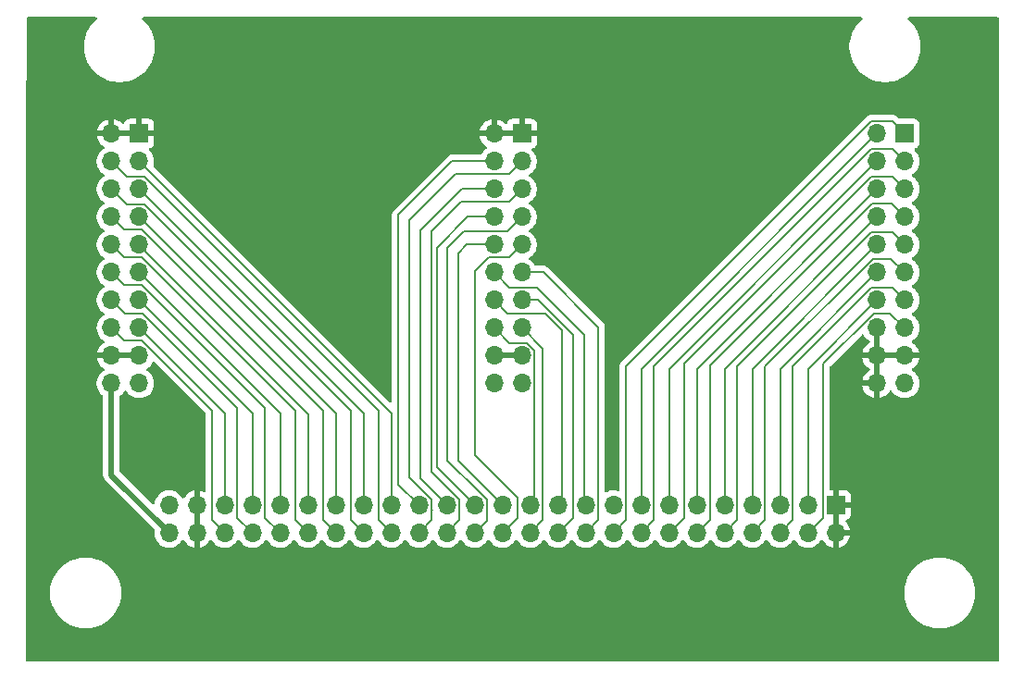
<source format=gbr>
%TF.GenerationSoftware,KiCad,Pcbnew,9.0.1*%
%TF.CreationDate,2025-04-24T12:51:30+03:00*%
%TF.ProjectId,acd_dac_board,6163645f-6461-4635-9f62-6f6172642e6b,rev?*%
%TF.SameCoordinates,Original*%
%TF.FileFunction,Copper,L1,Top*%
%TF.FilePolarity,Positive*%
%FSLAX46Y46*%
G04 Gerber Fmt 4.6, Leading zero omitted, Abs format (unit mm)*
G04 Created by KiCad (PCBNEW 9.0.1) date 2025-04-24 12:51:30*
%MOMM*%
%LPD*%
G01*
G04 APERTURE LIST*
%TA.AperFunction,ComponentPad*%
%ADD10R,1.700000X1.700000*%
%TD*%
%TA.AperFunction,ComponentPad*%
%ADD11O,1.700000X1.700000*%
%TD*%
%TA.AperFunction,Conductor*%
%ADD12C,0.500000*%
%TD*%
%TA.AperFunction,Conductor*%
%ADD13C,0.200000*%
%TD*%
G04 APERTURE END LIST*
D10*
%TO.P,J4,1,Pin_1*%
%TO.N,GND*%
X168500000Y-117060000D03*
D11*
%TO.P,J4,2,Pin_2*%
X168500000Y-119600000D03*
%TO.P,J4,3,Pin_3*%
%TO.N,/F18*%
X165960000Y-117060000D03*
%TO.P,J4,4,Pin_4*%
%TO.N,/G17*%
X165960000Y-119600000D03*
%TO.P,J4,5,Pin_5*%
%TO.N,/E18*%
X163420000Y-117060000D03*
%TO.P,J4,6,Pin_6*%
%TO.N,/F17*%
X163420000Y-119600000D03*
%TO.P,J4,7,Pin_7*%
%TO.N,/D18*%
X160880000Y-117060000D03*
%TO.P,J4,8,Pin_8*%
%TO.N,/E17*%
X160880000Y-119600000D03*
%TO.P,J4,9,Pin_9*%
%TO.N,/C17*%
X158340000Y-117060000D03*
%TO.P,J4,10,Pin_10*%
%TO.N,/C18*%
X158340000Y-119600000D03*
%TO.P,J4,11,Pin_11*%
%TO.N,/G15*%
X155800000Y-117060000D03*
%TO.P,J4,12,Pin_12*%
%TO.N,/H16*%
X155800000Y-119600000D03*
%TO.P,J4,13,Pin_13*%
%TO.N,/F15*%
X153260000Y-117060000D03*
%TO.P,J4,14,Pin_14*%
%TO.N,/G16*%
X153260000Y-119600000D03*
%TO.P,J4,15,Pin_15*%
%TO.N,/E16*%
X150720000Y-117060000D03*
%TO.P,J4,16,Pin_16*%
%TO.N,/E15*%
X150720000Y-119600000D03*
%TO.P,J4,17,Pin_17*%
%TO.N,/D16*%
X148180000Y-117060000D03*
%TO.P,J4,18,Pin_18*%
%TO.N,/D15*%
X148180000Y-119600000D03*
%TO.P,J4,19,Pin_19*%
%TO.N,/A17*%
X145640000Y-117060000D03*
%TO.P,J4,20,Pin_20*%
%TO.N,/B17*%
X145640000Y-119600000D03*
%TO.P,J4,21,Pin_21*%
%TO.N,/C16*%
X143100000Y-117060000D03*
%TO.P,J4,22,Pin_22*%
%TO.N,/B16*%
X143100000Y-119600000D03*
%TO.P,J4,23,Pin_23*%
%TO.N,/A15*%
X140560000Y-117060000D03*
%TO.P,J4,24,Pin_24*%
%TO.N,/B15*%
X140560000Y-119600000D03*
%TO.P,J4,25,Pin_25*%
%TO.N,/A14*%
X138020000Y-117060000D03*
%TO.P,J4,26,Pin_26*%
%TO.N,/B14*%
X138020000Y-119600000D03*
%TO.P,J4,27,Pin_27*%
%TO.N,/C14*%
X135480000Y-117060000D03*
%TO.P,J4,28,Pin_28*%
%TO.N,/D14*%
X135480000Y-119600000D03*
%TO.P,J4,29,Pin_29*%
%TO.N,/C13*%
X132940000Y-117060000D03*
%TO.P,J4,30,Pin_30*%
%TO.N,/D13*%
X132940000Y-119600000D03*
%TO.P,J4,31,Pin_31*%
%TO.N,/A13*%
X130400000Y-117060000D03*
%TO.P,J4,32,Pin_32*%
%TO.N,/C12*%
X130400000Y-119600000D03*
%TO.P,J4,33,Pin_33*%
%TO.N,/F14*%
X127860000Y-117060000D03*
%TO.P,J4,34,Pin_34*%
%TO.N,/E13*%
X127860000Y-119600000D03*
%TO.P,J4,35,Pin_35*%
%TO.N,/B12*%
X125320000Y-117060000D03*
%TO.P,J4,36,Pin_36*%
%TO.N,/A12*%
X125320000Y-119600000D03*
%TO.P,J4,37,Pin_37*%
%TO.N,/C11*%
X122780000Y-117060000D03*
%TO.P,J4,38,Pin_38*%
%TO.N,/B11*%
X122780000Y-119600000D03*
%TO.P,J4,39,Pin_39*%
%TO.N,/D11*%
X120240000Y-117060000D03*
%TO.P,J4,40,Pin_40*%
%TO.N,/D10*%
X120240000Y-119600000D03*
%TO.P,J4,41,Pin_41*%
%TO.N,/C9*%
X117700000Y-117060000D03*
%TO.P,J4,42,Pin_42*%
%TO.N,/D9*%
X117700000Y-119600000D03*
%TO.P,J4,43,Pin_43*%
%TO.N,/A10*%
X115160000Y-117060000D03*
%TO.P,J4,44,Pin_44*%
%TO.N,/B10*%
X115160000Y-119600000D03*
%TO.P,J4,45,Pin_45*%
%TO.N,/A9*%
X112620000Y-117060000D03*
%TO.P,J4,46,Pin_46*%
%TO.N,/B9*%
X112620000Y-119600000D03*
%TO.P,J4,47,Pin_47*%
%TO.N,GND*%
X110080000Y-117060000D03*
%TO.P,J4,48,Pin_48*%
X110080000Y-119600000D03*
%TO.P,J4,49,Pin_49*%
%TO.N,+3.3V*%
X107540000Y-117060000D03*
%TO.P,J4,50,Pin_50*%
%TO.N,+5V*%
X107540000Y-119600000D03*
%TD*%
D10*
%TO.P,J3,1,Pin_1*%
%TO.N,/D15*%
X174800000Y-83060000D03*
D11*
%TO.P,J3,2,Pin_2*%
%TO.N,/E16*%
X172260000Y-83060000D03*
%TO.P,J3,3,Pin_3*%
%TO.N,/E15*%
X174800000Y-85600000D03*
%TO.P,J3,4,Pin_4*%
%TO.N,/F15*%
X172260000Y-85600000D03*
%TO.P,J3,5,Pin_5*%
%TO.N,/G16*%
X174800000Y-88140000D03*
%TO.P,J3,6,Pin_6*%
%TO.N,/G15*%
X172260000Y-88140000D03*
%TO.P,J3,7,Pin_7*%
%TO.N,/H16*%
X174800000Y-90680000D03*
%TO.P,J3,8,Pin_8*%
%TO.N,/C17*%
X172260000Y-90680000D03*
%TO.P,J3,9,Pin_9*%
%TO.N,/C18*%
X174800000Y-93220000D03*
%TO.P,J3,10,Pin_10*%
%TO.N,/D18*%
X172260000Y-93220000D03*
%TO.P,J3,11,Pin_11*%
%TO.N,/E17*%
X174800000Y-95760000D03*
%TO.P,J3,12,Pin_12*%
%TO.N,/E18*%
X172260000Y-95760000D03*
%TO.P,J3,13,Pin_13*%
%TO.N,/F17*%
X174800000Y-98300000D03*
%TO.P,J3,14,Pin_14*%
%TO.N,/F18*%
X172260000Y-98300000D03*
%TO.P,J3,15,Pin_15*%
%TO.N,/G17*%
X174800000Y-100840000D03*
%TO.P,J3,16,Pin_16*%
%TO.N,GND*%
X172260000Y-100840000D03*
%TO.P,J3,17,Pin_17*%
X174800000Y-103380000D03*
%TO.P,J3,18,Pin_18*%
X172260000Y-103380000D03*
%TO.P,J3,19,Pin_19*%
%TO.N,+5V*%
X174800000Y-105920000D03*
%TO.P,J3,20,Pin_20*%
%TO.N,GND*%
X172260000Y-105920000D03*
%TD*%
D10*
%TO.P,J1,1,Pin_1*%
%TO.N,GND*%
X104800000Y-83060000D03*
D11*
%TO.P,J1,2,Pin_2*%
X102260000Y-83060000D03*
%TO.P,J1,3,Pin_3*%
%TO.N,/F14*%
X104800000Y-85600000D03*
%TO.P,J1,4,Pin_4*%
%TO.N,/E13*%
X102260000Y-85600000D03*
%TO.P,J1,5,Pin_5*%
%TO.N,/B12*%
X104800000Y-88140000D03*
%TO.P,J1,6,Pin_6*%
%TO.N,/A12*%
X102260000Y-88140000D03*
%TO.P,J1,7,Pin_7*%
%TO.N,/C11*%
X104800000Y-90680000D03*
%TO.P,J1,8,Pin_8*%
%TO.N,/B11*%
X102260000Y-90680000D03*
%TO.P,J1,9,Pin_9*%
%TO.N,/D11*%
X104800000Y-93220000D03*
%TO.P,J1,10,Pin_10*%
%TO.N,/D10*%
X102260000Y-93220000D03*
%TO.P,J1,11,Pin_11*%
%TO.N,/C9*%
X104800000Y-95760000D03*
%TO.P,J1,12,Pin_12*%
%TO.N,/D9*%
X102260000Y-95760000D03*
%TO.P,J1,13,Pin_13*%
%TO.N,/A10*%
X104800000Y-98300000D03*
%TO.P,J1,14,Pin_14*%
%TO.N,/B10*%
X102260000Y-98300000D03*
%TO.P,J1,15,Pin_15*%
%TO.N,/A9*%
X104800000Y-100840000D03*
%TO.P,J1,16,Pin_16*%
%TO.N,/B9*%
X102260000Y-100840000D03*
%TO.P,J1,17,Pin_17*%
%TO.N,GND*%
X104800000Y-103380000D03*
%TO.P,J1,18,Pin_18*%
X102260000Y-103380000D03*
%TO.P,J1,19,Pin_19*%
%TO.N,+5V*%
X104800000Y-105920000D03*
%TO.P,J1,20,Pin_20*%
X102260000Y-105920000D03*
%TD*%
D10*
%TO.P,J2,1,Pin_1*%
%TO.N,GND*%
X139800000Y-83060000D03*
D11*
%TO.P,J2,2,Pin_2*%
X137260000Y-83060000D03*
%TO.P,J2,3,Pin_3*%
%TO.N,/C12*%
X139800000Y-85600000D03*
%TO.P,J2,4,Pin_4*%
%TO.N,/A13*%
X137260000Y-85600000D03*
%TO.P,J2,5,Pin_5*%
%TO.N,/D13*%
X139800000Y-88140000D03*
%TO.P,J2,6,Pin_6*%
%TO.N,/C13*%
X137260000Y-88140000D03*
%TO.P,J2,7,Pin_7*%
%TO.N,/D14*%
X139800000Y-90680000D03*
%TO.P,J2,8,Pin_8*%
%TO.N,/C14*%
X137260000Y-90680000D03*
%TO.P,J2,9,Pin_9*%
%TO.N,/B14*%
X139800000Y-93220000D03*
%TO.P,J2,10,Pin_10*%
%TO.N,/A14*%
X137260000Y-93220000D03*
%TO.P,J2,11,Pin_11*%
%TO.N,/B17*%
X139800000Y-95760000D03*
%TO.P,J2,12,Pin_12*%
%TO.N,/A17*%
X137260000Y-95760000D03*
%TO.P,J2,13,Pin_13*%
%TO.N,/B16*%
X139800000Y-98300000D03*
%TO.P,J2,14,Pin_14*%
%TO.N,/C16*%
X137260000Y-98300000D03*
%TO.P,J2,15,Pin_15*%
%TO.N,/B15*%
X139800000Y-100840000D03*
%TO.P,J2,16,Pin_16*%
%TO.N,/A15*%
X137260000Y-100840000D03*
%TO.P,J2,17,Pin_17*%
%TO.N,GND*%
X139800000Y-103380000D03*
%TO.P,J2,18,Pin_18*%
X137260000Y-103380000D03*
%TO.P,J2,19,Pin_19*%
%TO.N,+5V*%
X139800000Y-105920000D03*
%TO.P,J2,20,Pin_20*%
X137260000Y-105920000D03*
%TD*%
D12*
%TO.N,+5V*%
X102260000Y-105920000D02*
X102260000Y-114320000D01*
X102260000Y-114320000D02*
X107540000Y-119600000D01*
D13*
%TO.N,/G17*%
X173460000Y-99500000D02*
X174800000Y-100840000D01*
X167349000Y-104123240D02*
X171972240Y-99500000D01*
X171972240Y-99500000D02*
X173460000Y-99500000D01*
X167349000Y-118211000D02*
X167349000Y-104123240D01*
X165960000Y-119600000D02*
X167349000Y-118211000D01*
%TO.N,/F18*%
X165960000Y-104600000D02*
X172260000Y-98300000D01*
X165960000Y-117060000D02*
X165960000Y-104600000D01*
%TO.N,/F17*%
X171783240Y-97149000D02*
X173649000Y-97149000D01*
X164571000Y-104361240D02*
X171783240Y-97149000D01*
X164571000Y-118449000D02*
X164571000Y-104361240D01*
X173649000Y-97149000D02*
X174800000Y-98300000D01*
X163420000Y-119600000D02*
X164571000Y-118449000D01*
%TO.N,/E18*%
X163420000Y-104600000D02*
X172260000Y-95760000D01*
X163420000Y-117060000D02*
X163420000Y-104600000D01*
%TO.N,/E17*%
X173540000Y-94500000D02*
X174800000Y-95760000D01*
X162031000Y-104361240D02*
X171892240Y-94500000D01*
X162031000Y-118449000D02*
X162031000Y-104361240D01*
X171892240Y-94500000D02*
X173540000Y-94500000D01*
X160880000Y-119600000D02*
X162031000Y-118449000D01*
%TO.N,/D18*%
X160880000Y-104600000D02*
X172260000Y-93220000D01*
X160880000Y-117060000D02*
X160880000Y-104600000D01*
%TO.N,/C18*%
X173649000Y-92069000D02*
X174800000Y-93220000D01*
X171783240Y-92069000D02*
X173649000Y-92069000D01*
X159491000Y-104361240D02*
X171783240Y-92069000D01*
X159491000Y-118449000D02*
X159491000Y-104361240D01*
X158340000Y-119600000D02*
X159491000Y-118449000D01*
%TO.N,/C17*%
X158340000Y-104600000D02*
X172260000Y-90680000D01*
X158340000Y-117060000D02*
X158340000Y-104600000D01*
%TO.N,/H16*%
X171812240Y-89500000D02*
X173620000Y-89500000D01*
X157000000Y-104312240D02*
X171812240Y-89500000D01*
X173620000Y-89500000D02*
X174800000Y-90680000D01*
X157000000Y-118400000D02*
X157000000Y-104312240D01*
X155800000Y-119600000D02*
X157000000Y-118400000D01*
%TO.N,/G15*%
X155800000Y-117060000D02*
X155800000Y-104600000D01*
X155800000Y-104600000D02*
X172260000Y-88140000D01*
%TO.N,/G16*%
X154649000Y-104123240D02*
X171783240Y-86989000D01*
X154649000Y-118211000D02*
X154649000Y-104123240D01*
X173649000Y-86989000D02*
X174800000Y-88140000D01*
X153260000Y-119600000D02*
X154649000Y-118211000D01*
X171783240Y-86989000D02*
X173649000Y-86989000D01*
%TO.N,/F15*%
X153260000Y-117060000D02*
X153260000Y-104600000D01*
X153260000Y-104600000D02*
X172260000Y-85600000D01*
%TO.N,/E15*%
X171783240Y-84449000D02*
X173649000Y-84449000D01*
X151871000Y-104361240D02*
X171783240Y-84449000D01*
X173649000Y-84449000D02*
X174800000Y-85600000D01*
X151871000Y-118449000D02*
X151871000Y-104361240D01*
X150720000Y-119600000D02*
X151871000Y-118449000D01*
%TO.N,/D15*%
X173649000Y-81909000D02*
X174800000Y-83060000D01*
X171783240Y-81909000D02*
X173649000Y-81909000D01*
X149331000Y-104361240D02*
X171783240Y-81909000D01*
X149331000Y-118449000D02*
X149331000Y-104361240D01*
X148180000Y-119600000D02*
X149331000Y-118449000D01*
%TO.N,/E16*%
X150720000Y-104600000D02*
X172260000Y-83060000D01*
X150720000Y-117060000D02*
X150720000Y-104600000D01*
%TO.N,/B14*%
X138649000Y-94371000D02*
X139800000Y-93220000D01*
X136783240Y-94371000D02*
X138649000Y-94371000D01*
X135500000Y-95654240D02*
X136783240Y-94371000D01*
X139409000Y-116409000D02*
X135500000Y-112500000D01*
X139409000Y-118211000D02*
X139409000Y-116409000D01*
X138020000Y-119600000D02*
X139409000Y-118211000D01*
X135500000Y-112500000D02*
X135500000Y-95654240D01*
%TO.N,/A14*%
X134780000Y-93220000D02*
X137260000Y-93220000D01*
X134000000Y-94000000D02*
X134780000Y-93220000D01*
X134000000Y-113040000D02*
X134000000Y-94000000D01*
X138020000Y-117060000D02*
X134000000Y-113040000D01*
%TO.N,/D14*%
X138480000Y-92000000D02*
X139800000Y-90680000D01*
X134500000Y-92000000D02*
X138480000Y-92000000D01*
X133000000Y-93500000D02*
X134500000Y-92000000D01*
X135956760Y-115909000D02*
X135909000Y-115909000D01*
X136631000Y-116583240D02*
X135956760Y-115909000D01*
X136631000Y-118500000D02*
X136631000Y-116583240D01*
X133000000Y-113000000D02*
X133000000Y-93500000D01*
X136551000Y-118580000D02*
X136631000Y-118500000D01*
X136500000Y-118580000D02*
X136551000Y-118580000D01*
X135909000Y-115909000D02*
X133000000Y-113000000D01*
X135480000Y-119600000D02*
X136500000Y-118580000D01*
%TO.N,/C14*%
X134820000Y-90680000D02*
X137260000Y-90680000D01*
X132000000Y-93500000D02*
X134820000Y-90680000D01*
X132000000Y-113580000D02*
X132000000Y-93500000D01*
X135480000Y-117060000D02*
X132000000Y-113580000D01*
%TO.N,/D13*%
X138649000Y-89291000D02*
X139800000Y-88140000D01*
X131500000Y-92000000D02*
X134209000Y-89291000D01*
X132936120Y-115436120D02*
X131500000Y-114000000D01*
X132943880Y-115436120D02*
X132936120Y-115436120D01*
X131500000Y-114000000D02*
X131500000Y-92000000D01*
X134091000Y-116583240D02*
X132943880Y-115436120D01*
X134209000Y-89291000D02*
X138649000Y-89291000D01*
X134091000Y-118449000D02*
X134091000Y-116583240D01*
X132940000Y-119600000D02*
X134091000Y-118449000D01*
%TO.N,/C12*%
X138649000Y-86751000D02*
X139800000Y-85600000D01*
X133749000Y-86751000D02*
X138649000Y-86751000D01*
X129500000Y-91000000D02*
X133749000Y-86751000D01*
X129500000Y-114500000D02*
X129500000Y-91000000D01*
X130876760Y-115876760D02*
X129500000Y-114500000D01*
X131587760Y-117500000D02*
X131551000Y-117536760D01*
X131551000Y-117536760D02*
X131551000Y-116583240D01*
X131551000Y-116583240D02*
X130876760Y-115909000D01*
X131551000Y-117500000D02*
X131587760Y-117500000D01*
X130876760Y-115909000D02*
X130876760Y-115876760D01*
X131551000Y-118449000D02*
X131551000Y-117500000D01*
X130400000Y-119600000D02*
X131551000Y-118449000D01*
%TO.N,/C13*%
X134310000Y-88140000D02*
X137260000Y-88140000D01*
X130500000Y-91950000D02*
X134310000Y-88140000D01*
X132940000Y-117060000D02*
X130500000Y-114620000D01*
X130500000Y-114620000D02*
X130500000Y-91950000D01*
%TO.N,/A13*%
X133400000Y-85600000D02*
X137260000Y-85600000D01*
X128500000Y-115160000D02*
X128500000Y-90500000D01*
X130400000Y-117060000D02*
X128500000Y-115160000D01*
X128500000Y-90500000D02*
X133400000Y-85600000D01*
%TO.N,/A15*%
X138649000Y-102229000D02*
X137260000Y-100840000D01*
X140276760Y-102229000D02*
X138649000Y-102229000D01*
X140951000Y-102903240D02*
X140276760Y-102229000D01*
X140951000Y-116669000D02*
X140951000Y-102903240D01*
X140560000Y-117060000D02*
X140951000Y-116669000D01*
%TO.N,/B15*%
X141711000Y-102751000D02*
X139800000Y-100840000D01*
X141711000Y-118449000D02*
X141711000Y-102751000D01*
X140560000Y-119600000D02*
X141711000Y-118449000D01*
%TO.N,/C16*%
X138500000Y-99540000D02*
X137260000Y-98300000D01*
X141972900Y-99540000D02*
X138500000Y-99540000D01*
X143500000Y-101067100D02*
X141972900Y-99540000D01*
X143500000Y-116660000D02*
X143500000Y-101067100D01*
X143100000Y-117060000D02*
X143500000Y-116660000D01*
%TO.N,/B16*%
X144489000Y-101489000D02*
X141300000Y-98300000D01*
X144489000Y-118211000D02*
X144489000Y-101489000D01*
X141300000Y-98300000D02*
X139800000Y-98300000D01*
X143100000Y-119600000D02*
X144489000Y-118211000D01*
%TO.N,/A17*%
X138649000Y-97149000D02*
X141149000Y-97149000D01*
X141149000Y-97149000D02*
X142250000Y-98250000D01*
X137260000Y-95760000D02*
X138649000Y-97149000D01*
X142500000Y-98500000D02*
X145500000Y-101500000D01*
X145500000Y-101500000D02*
X145500000Y-116920000D01*
X142250000Y-98250000D02*
X142500000Y-98500000D01*
X145500000Y-116920000D02*
X145640000Y-117060000D01*
%TO.N,/B17*%
X141760000Y-95760000D02*
X139800000Y-95760000D01*
X146791000Y-100791000D02*
X141760000Y-95760000D01*
X146791000Y-118449000D02*
X146791000Y-100791000D01*
X145640000Y-119600000D02*
X146791000Y-118449000D01*
%TO.N,/B9*%
X103420000Y-102000000D02*
X102260000Y-100840000D01*
X111469000Y-108421240D02*
X105047760Y-102000000D01*
X105047760Y-102000000D02*
X103420000Y-102000000D01*
X111469000Y-118449000D02*
X111469000Y-108421240D01*
X112620000Y-119600000D02*
X111469000Y-118449000D01*
%TO.N,/A9*%
X112620000Y-108660000D02*
X104800000Y-100840000D01*
X112620000Y-117060000D02*
X112620000Y-108660000D01*
%TO.N,/B10*%
X103460000Y-99500000D02*
X102260000Y-98300000D01*
X113771000Y-108183240D02*
X105087760Y-99500000D01*
X113771000Y-118211000D02*
X113771000Y-108183240D01*
X115160000Y-119600000D02*
X113771000Y-118211000D01*
X105087760Y-99500000D02*
X103460000Y-99500000D01*
%TO.N,/A10*%
X115160000Y-108660000D02*
X104800000Y-98300000D01*
X115160000Y-117060000D02*
X115160000Y-108660000D01*
%TO.N,/D9*%
X105038760Y-96911000D02*
X103411000Y-96911000D01*
X116311000Y-118211000D02*
X116311000Y-108183240D01*
X103411000Y-96911000D02*
X102260000Y-95760000D01*
X117700000Y-119600000D02*
X116311000Y-118211000D01*
X116311000Y-108183240D02*
X105038760Y-96911000D01*
%TO.N,/C9*%
X117700000Y-108660000D02*
X104800000Y-95760000D01*
X117700000Y-117060000D02*
X117700000Y-108660000D01*
%TO.N,/D10*%
X105038760Y-94371000D02*
X103411000Y-94371000D01*
X119089000Y-108421240D02*
X105038760Y-94371000D01*
X119089000Y-118449000D02*
X119089000Y-108421240D01*
X103411000Y-94371000D02*
X102260000Y-93220000D01*
X120240000Y-119600000D02*
X119089000Y-118449000D01*
%TO.N,/B11*%
X103411000Y-91831000D02*
X102260000Y-90680000D01*
X105038760Y-91831000D02*
X103411000Y-91831000D01*
X121629000Y-108421240D02*
X105038760Y-91831000D01*
X121629000Y-118449000D02*
X121629000Y-108421240D01*
X122780000Y-119600000D02*
X121629000Y-118449000D01*
%TO.N,/D11*%
X104800000Y-93300000D02*
X104800000Y-93220000D01*
X120240000Y-108740000D02*
X104800000Y-93300000D01*
X120240000Y-117060000D02*
X120240000Y-108740000D01*
%TO.N,/C11*%
X122780000Y-108660000D02*
X122780000Y-117060000D01*
X104800000Y-90680000D02*
X122780000Y-108660000D01*
%TO.N,/A12*%
X124169000Y-118449000D02*
X125320000Y-119600000D01*
X124169000Y-108421240D02*
X124169000Y-118449000D01*
X105276760Y-89529000D02*
X124169000Y-108421240D01*
X102260000Y-88140000D02*
X103649000Y-89529000D01*
X103649000Y-89529000D02*
X105276760Y-89529000D01*
%TO.N,/B12*%
X104800000Y-88140000D02*
X125320000Y-108660000D01*
X125320000Y-108660000D02*
X125320000Y-117060000D01*
%TO.N,/E13*%
X126709000Y-118449000D02*
X127860000Y-119600000D01*
X126709000Y-108421240D02*
X126709000Y-118449000D01*
X105276760Y-86989000D02*
X126709000Y-108421240D01*
X103649000Y-86989000D02*
X105276760Y-86989000D01*
X102260000Y-85600000D02*
X103649000Y-86989000D01*
%TO.N,/F14*%
X127860000Y-108660000D02*
X127860000Y-117060000D01*
X104800000Y-85600000D02*
X127860000Y-108660000D01*
%TD*%
%TA.AperFunction,Conductor*%
%TO.N,GND*%
G36*
X110330000Y-119166988D02*
G01*
X110272993Y-119134075D01*
X110145826Y-119100000D01*
X110014174Y-119100000D01*
X109887007Y-119134075D01*
X109830000Y-119166988D01*
X109830000Y-117493012D01*
X109887007Y-117525925D01*
X110014174Y-117560000D01*
X110145826Y-117560000D01*
X110272993Y-117525925D01*
X110330000Y-117493012D01*
X110330000Y-119166988D01*
G37*
%TD.AperFunction*%
%TA.AperFunction,Conductor*%
G36*
X168750000Y-119166988D02*
G01*
X168692993Y-119134075D01*
X168565826Y-119100000D01*
X168434174Y-119100000D01*
X168307007Y-119134075D01*
X168250000Y-119166988D01*
X168250000Y-117493012D01*
X168307007Y-117525925D01*
X168434174Y-117560000D01*
X168565826Y-117560000D01*
X168692993Y-117525925D01*
X168750000Y-117493012D01*
X168750000Y-119166988D01*
G37*
%TD.AperFunction*%
%TA.AperFunction,Conductor*%
G36*
X106170948Y-103974992D02*
G01*
X106187185Y-103988660D01*
X110832181Y-108633656D01*
X110865666Y-108694979D01*
X110868500Y-108721337D01*
X110868500Y-115744270D01*
X110848815Y-115811309D01*
X110796011Y-115857064D01*
X110726853Y-115867008D01*
X110688206Y-115854755D01*
X110598220Y-115808905D01*
X110598216Y-115808903D01*
X110396124Y-115743241D01*
X110330000Y-115732768D01*
X110330000Y-116626988D01*
X110272993Y-116594075D01*
X110145826Y-116560000D01*
X110014174Y-116560000D01*
X109887007Y-116594075D01*
X109830000Y-116626988D01*
X109830000Y-115732768D01*
X109829999Y-115732768D01*
X109763875Y-115743241D01*
X109561784Y-115808903D01*
X109372442Y-115905379D01*
X109200540Y-116030272D01*
X109200535Y-116030276D01*
X109050276Y-116180535D01*
X109050272Y-116180540D01*
X108925378Y-116352443D01*
X108920762Y-116361502D01*
X108872784Y-116412295D01*
X108804963Y-116429087D01*
X108738829Y-116406546D01*
X108699794Y-116361493D01*
X108695051Y-116352184D01*
X108695049Y-116352181D01*
X108695048Y-116352179D01*
X108570109Y-116180213D01*
X108419786Y-116029890D01*
X108247820Y-115904951D01*
X108058414Y-115808444D01*
X108058413Y-115808443D01*
X108058412Y-115808443D01*
X107856243Y-115742754D01*
X107856241Y-115742753D01*
X107856240Y-115742753D01*
X107692421Y-115716807D01*
X107646287Y-115709500D01*
X107433713Y-115709500D01*
X107387579Y-115716807D01*
X107223760Y-115742753D01*
X107223757Y-115742754D01*
X107079501Y-115789626D01*
X107021585Y-115808444D01*
X106832179Y-115904951D01*
X106660213Y-116029890D01*
X106509890Y-116180213D01*
X106384951Y-116352179D01*
X106288444Y-116541585D01*
X106222753Y-116743760D01*
X106195518Y-116915713D01*
X106165589Y-116978848D01*
X106106277Y-117015779D01*
X106036414Y-117014781D01*
X105985364Y-116983996D01*
X103046819Y-114045451D01*
X103013334Y-113984128D01*
X103010500Y-113957770D01*
X103010500Y-107107220D01*
X103030185Y-107040181D01*
X103061614Y-107006902D01*
X103139792Y-106950104D01*
X103290104Y-106799792D01*
X103290106Y-106799788D01*
X103290109Y-106799786D01*
X103415048Y-106627820D01*
X103415050Y-106627817D01*
X103415051Y-106627816D01*
X103419514Y-106619054D01*
X103467488Y-106568259D01*
X103535308Y-106551463D01*
X103601444Y-106573999D01*
X103640486Y-106619056D01*
X103644951Y-106627820D01*
X103769890Y-106799786D01*
X103920213Y-106950109D01*
X104092179Y-107075048D01*
X104092181Y-107075049D01*
X104092184Y-107075051D01*
X104281588Y-107171557D01*
X104483757Y-107237246D01*
X104693713Y-107270500D01*
X104693714Y-107270500D01*
X104906286Y-107270500D01*
X104906287Y-107270500D01*
X105116243Y-107237246D01*
X105318412Y-107171557D01*
X105507816Y-107075051D01*
X105555811Y-107040181D01*
X105679786Y-106950109D01*
X105679788Y-106950106D01*
X105679792Y-106950104D01*
X105830104Y-106799792D01*
X105830106Y-106799788D01*
X105830109Y-106799786D01*
X105955048Y-106627820D01*
X105955050Y-106627817D01*
X105955051Y-106627816D01*
X106051557Y-106438412D01*
X106117246Y-106236243D01*
X106150500Y-106026287D01*
X106150500Y-105813713D01*
X106117246Y-105603757D01*
X106051557Y-105401588D01*
X105955051Y-105212184D01*
X105955049Y-105212181D01*
X105955048Y-105212179D01*
X105830109Y-105040213D01*
X105679786Y-104889890D01*
X105507817Y-104764949D01*
X105498504Y-104760204D01*
X105447707Y-104712230D01*
X105430912Y-104644409D01*
X105453449Y-104578274D01*
X105498507Y-104539232D01*
X105507558Y-104534620D01*
X105679459Y-104409727D01*
X105679464Y-104409723D01*
X105829723Y-104259464D01*
X105829727Y-104259459D01*
X105954622Y-104087555D01*
X105989019Y-104020047D01*
X106036992Y-103969251D01*
X106104813Y-103952455D01*
X106170948Y-103974992D01*
G37*
%TD.AperFunction*%
%TA.AperFunction,Conductor*%
G36*
X172510000Y-105486988D02*
G01*
X172452993Y-105454075D01*
X172325826Y-105420000D01*
X172194174Y-105420000D01*
X172067007Y-105454075D01*
X172010000Y-105486988D01*
X172010000Y-103813012D01*
X172067007Y-103845925D01*
X172194174Y-103880000D01*
X172325826Y-103880000D01*
X172452993Y-103845925D01*
X172510000Y-103813012D01*
X172510000Y-105486988D01*
G37*
%TD.AperFunction*%
%TA.AperFunction,Conductor*%
G36*
X104334075Y-103187007D02*
G01*
X104300000Y-103314174D01*
X104300000Y-103445826D01*
X104334075Y-103572993D01*
X104366988Y-103630000D01*
X102693012Y-103630000D01*
X102725925Y-103572993D01*
X102760000Y-103445826D01*
X102760000Y-103314174D01*
X102725925Y-103187007D01*
X102693012Y-103130000D01*
X104366988Y-103130000D01*
X104334075Y-103187007D01*
G37*
%TD.AperFunction*%
%TA.AperFunction,Conductor*%
G36*
X139334075Y-103187007D02*
G01*
X139300000Y-103314174D01*
X139300000Y-103445826D01*
X139334075Y-103572993D01*
X139366988Y-103630000D01*
X137693012Y-103630000D01*
X137725925Y-103572993D01*
X137760000Y-103445826D01*
X137760000Y-103314174D01*
X137725925Y-103187007D01*
X137693012Y-103130000D01*
X139366988Y-103130000D01*
X139334075Y-103187007D01*
G37*
%TD.AperFunction*%
%TA.AperFunction,Conductor*%
G36*
X174334075Y-103187007D02*
G01*
X174300000Y-103314174D01*
X174300000Y-103445826D01*
X174334075Y-103572993D01*
X174366988Y-103630000D01*
X172693012Y-103630000D01*
X172725925Y-103572993D01*
X172760000Y-103445826D01*
X172760000Y-103314174D01*
X172725925Y-103187007D01*
X172693012Y-103130000D01*
X174366988Y-103130000D01*
X174334075Y-103187007D01*
G37*
%TD.AperFunction*%
%TA.AperFunction,Conductor*%
G36*
X172510000Y-102946988D02*
G01*
X172452993Y-102914075D01*
X172325826Y-102880000D01*
X172194174Y-102880000D01*
X172067007Y-102914075D01*
X172010000Y-102946988D01*
X172010000Y-101273012D01*
X172067007Y-101305925D01*
X172194174Y-101340000D01*
X172325826Y-101340000D01*
X172452993Y-101305925D01*
X172510000Y-101273012D01*
X172510000Y-102946988D01*
G37*
%TD.AperFunction*%
%TA.AperFunction,Conductor*%
G36*
X104334075Y-82867007D02*
G01*
X104300000Y-82994174D01*
X104300000Y-83125826D01*
X104334075Y-83252993D01*
X104366988Y-83310000D01*
X102693012Y-83310000D01*
X102725925Y-83252993D01*
X102760000Y-83125826D01*
X102760000Y-82994174D01*
X102725925Y-82867007D01*
X102693012Y-82810000D01*
X104366988Y-82810000D01*
X104334075Y-82867007D01*
G37*
%TD.AperFunction*%
%TA.AperFunction,Conductor*%
G36*
X139334075Y-82867007D02*
G01*
X139300000Y-82994174D01*
X139300000Y-83125826D01*
X139334075Y-83252993D01*
X139366988Y-83310000D01*
X137693012Y-83310000D01*
X137725925Y-83252993D01*
X137760000Y-83125826D01*
X137760000Y-82994174D01*
X137725925Y-82867007D01*
X137693012Y-82810000D01*
X139366988Y-82810000D01*
X139334075Y-82867007D01*
G37*
%TD.AperFunction*%
%TA.AperFunction,Conductor*%
G36*
X100886039Y-72420185D02*
G01*
X100931794Y-72472989D01*
X100941738Y-72542147D01*
X100912713Y-72605703D01*
X100897665Y-72620353D01*
X100814459Y-72688638D01*
X100588638Y-72914459D01*
X100386029Y-73161338D01*
X100386012Y-73161361D01*
X100208601Y-73426877D01*
X100208584Y-73426905D01*
X100058042Y-73708548D01*
X100058040Y-73708553D01*
X99935820Y-74003617D01*
X99843109Y-74309245D01*
X99780803Y-74622477D01*
X99749500Y-74940316D01*
X99749500Y-75259683D01*
X99780803Y-75577522D01*
X99843109Y-75890754D01*
X99935820Y-76196382D01*
X100058040Y-76491446D01*
X100058042Y-76491451D01*
X100208584Y-76773094D01*
X100208601Y-76773122D01*
X100386012Y-77038638D01*
X100386029Y-77038661D01*
X100588638Y-77285540D01*
X100814459Y-77511361D01*
X100814464Y-77511365D01*
X100814465Y-77511366D01*
X101061344Y-77713975D01*
X101061351Y-77713980D01*
X101061361Y-77713987D01*
X101326877Y-77891398D01*
X101326882Y-77891401D01*
X101326894Y-77891409D01*
X101326903Y-77891413D01*
X101326905Y-77891415D01*
X101608548Y-78041957D01*
X101608550Y-78041957D01*
X101608556Y-78041961D01*
X101903619Y-78164180D01*
X102209240Y-78256889D01*
X102522477Y-78319196D01*
X102840313Y-78350500D01*
X102840316Y-78350500D01*
X103159684Y-78350500D01*
X103159687Y-78350500D01*
X103477523Y-78319196D01*
X103790760Y-78256889D01*
X104096381Y-78164180D01*
X104391444Y-78041961D01*
X104673106Y-77891409D01*
X104938656Y-77713975D01*
X105185535Y-77511366D01*
X105411366Y-77285535D01*
X105613975Y-77038656D01*
X105791409Y-76773106D01*
X105941961Y-76491444D01*
X106064180Y-76196381D01*
X106156889Y-75890760D01*
X106219196Y-75577523D01*
X106250500Y-75259687D01*
X106250500Y-74940313D01*
X106219196Y-74622477D01*
X106156889Y-74309240D01*
X106064180Y-74003619D01*
X105941961Y-73708556D01*
X105791409Y-73426894D01*
X105791398Y-73426877D01*
X105613987Y-73161361D01*
X105613980Y-73161351D01*
X105613975Y-73161344D01*
X105411366Y-72914465D01*
X105411365Y-72914464D01*
X105411361Y-72914459D01*
X105185540Y-72688638D01*
X105102335Y-72620353D01*
X105063001Y-72562607D01*
X105061130Y-72492763D01*
X105097318Y-72432994D01*
X105160074Y-72402279D01*
X105181000Y-72400500D01*
X170819000Y-72400500D01*
X170886039Y-72420185D01*
X170931794Y-72472989D01*
X170941738Y-72542147D01*
X170912713Y-72605703D01*
X170897665Y-72620353D01*
X170814459Y-72688638D01*
X170588638Y-72914459D01*
X170386029Y-73161338D01*
X170386012Y-73161361D01*
X170208601Y-73426877D01*
X170208584Y-73426905D01*
X170058042Y-73708548D01*
X170058040Y-73708553D01*
X169935820Y-74003617D01*
X169843109Y-74309245D01*
X169780803Y-74622477D01*
X169749500Y-74940316D01*
X169749500Y-75259683D01*
X169780803Y-75577522D01*
X169843109Y-75890754D01*
X169935820Y-76196382D01*
X170058040Y-76491446D01*
X170058042Y-76491451D01*
X170208584Y-76773094D01*
X170208601Y-76773122D01*
X170386012Y-77038638D01*
X170386029Y-77038661D01*
X170588638Y-77285540D01*
X170814459Y-77511361D01*
X170814464Y-77511365D01*
X170814465Y-77511366D01*
X171061344Y-77713975D01*
X171061351Y-77713980D01*
X171061361Y-77713987D01*
X171326877Y-77891398D01*
X171326882Y-77891401D01*
X171326894Y-77891409D01*
X171326903Y-77891413D01*
X171326905Y-77891415D01*
X171608548Y-78041957D01*
X171608550Y-78041957D01*
X171608556Y-78041961D01*
X171903619Y-78164180D01*
X172209240Y-78256889D01*
X172522477Y-78319196D01*
X172840313Y-78350500D01*
X172840316Y-78350500D01*
X173159684Y-78350500D01*
X173159687Y-78350500D01*
X173477523Y-78319196D01*
X173790760Y-78256889D01*
X174096381Y-78164180D01*
X174391444Y-78041961D01*
X174673106Y-77891409D01*
X174938656Y-77713975D01*
X175185535Y-77511366D01*
X175411366Y-77285535D01*
X175613975Y-77038656D01*
X175791409Y-76773106D01*
X175941961Y-76491444D01*
X176064180Y-76196381D01*
X176156889Y-75890760D01*
X176219196Y-75577523D01*
X176250500Y-75259687D01*
X176250500Y-74940313D01*
X176219196Y-74622477D01*
X176156889Y-74309240D01*
X176064180Y-74003619D01*
X175941961Y-73708556D01*
X175791409Y-73426894D01*
X175791398Y-73426877D01*
X175613987Y-73161361D01*
X175613980Y-73161351D01*
X175613975Y-73161344D01*
X175411366Y-72914465D01*
X175411365Y-72914464D01*
X175411361Y-72914459D01*
X175185540Y-72688638D01*
X175102335Y-72620353D01*
X175063001Y-72562607D01*
X175061130Y-72492763D01*
X175097318Y-72432994D01*
X175160074Y-72402279D01*
X175181000Y-72400500D01*
X183275500Y-72400500D01*
X183342539Y-72420185D01*
X183388294Y-72472989D01*
X183399500Y-72524500D01*
X183399500Y-131275500D01*
X183379815Y-131342539D01*
X183327011Y-131388294D01*
X183275500Y-131399500D01*
X94524500Y-131399500D01*
X94457461Y-131379815D01*
X94411706Y-131327011D01*
X94400500Y-131275500D01*
X94400500Y-124940316D01*
X96649500Y-124940316D01*
X96649500Y-125259683D01*
X96680803Y-125577522D01*
X96743109Y-125890754D01*
X96835820Y-126196382D01*
X96958040Y-126491446D01*
X96958042Y-126491451D01*
X97108584Y-126773094D01*
X97108601Y-126773122D01*
X97286012Y-127038638D01*
X97286029Y-127038661D01*
X97488638Y-127285540D01*
X97714459Y-127511361D01*
X97714464Y-127511365D01*
X97714465Y-127511366D01*
X97961344Y-127713975D01*
X97961351Y-127713980D01*
X97961361Y-127713987D01*
X98226877Y-127891398D01*
X98226882Y-127891401D01*
X98226894Y-127891409D01*
X98226903Y-127891413D01*
X98226905Y-127891415D01*
X98508548Y-128041957D01*
X98508550Y-128041957D01*
X98508556Y-128041961D01*
X98803619Y-128164180D01*
X99109240Y-128256889D01*
X99422477Y-128319196D01*
X99740313Y-128350500D01*
X99740316Y-128350500D01*
X100059684Y-128350500D01*
X100059687Y-128350500D01*
X100377523Y-128319196D01*
X100690760Y-128256889D01*
X100996381Y-128164180D01*
X101291444Y-128041961D01*
X101573106Y-127891409D01*
X101838656Y-127713975D01*
X102085535Y-127511366D01*
X102311366Y-127285535D01*
X102513975Y-127038656D01*
X102691409Y-126773106D01*
X102841961Y-126491444D01*
X102964180Y-126196381D01*
X103056889Y-125890760D01*
X103119196Y-125577523D01*
X103150500Y-125259687D01*
X103150500Y-124940316D01*
X174749500Y-124940316D01*
X174749500Y-125259683D01*
X174780803Y-125577522D01*
X174843109Y-125890754D01*
X174935820Y-126196382D01*
X175058040Y-126491446D01*
X175058042Y-126491451D01*
X175208584Y-126773094D01*
X175208601Y-126773122D01*
X175386012Y-127038638D01*
X175386029Y-127038661D01*
X175588638Y-127285540D01*
X175814459Y-127511361D01*
X175814464Y-127511365D01*
X175814465Y-127511366D01*
X176061344Y-127713975D01*
X176061351Y-127713980D01*
X176061361Y-127713987D01*
X176326877Y-127891398D01*
X176326882Y-127891401D01*
X176326894Y-127891409D01*
X176326903Y-127891413D01*
X176326905Y-127891415D01*
X176608548Y-128041957D01*
X176608550Y-128041957D01*
X176608556Y-128041961D01*
X176903619Y-128164180D01*
X177209240Y-128256889D01*
X177522477Y-128319196D01*
X177840313Y-128350500D01*
X177840316Y-128350500D01*
X178159684Y-128350500D01*
X178159687Y-128350500D01*
X178477523Y-128319196D01*
X178790760Y-128256889D01*
X179096381Y-128164180D01*
X179391444Y-128041961D01*
X179673106Y-127891409D01*
X179938656Y-127713975D01*
X180185535Y-127511366D01*
X180411366Y-127285535D01*
X180613975Y-127038656D01*
X180791409Y-126773106D01*
X180941961Y-126491444D01*
X181064180Y-126196381D01*
X181156889Y-125890760D01*
X181219196Y-125577523D01*
X181250500Y-125259687D01*
X181250500Y-124940313D01*
X181219196Y-124622477D01*
X181156889Y-124309240D01*
X181064180Y-124003619D01*
X180941961Y-123708556D01*
X180791409Y-123426894D01*
X180791398Y-123426877D01*
X180613987Y-123161361D01*
X180613980Y-123161351D01*
X180613975Y-123161344D01*
X180411366Y-122914465D01*
X180411365Y-122914464D01*
X180411361Y-122914459D01*
X180185540Y-122688638D01*
X179938661Y-122486029D01*
X179938638Y-122486012D01*
X179673122Y-122308601D01*
X179673094Y-122308584D01*
X179391451Y-122158042D01*
X179391446Y-122158040D01*
X179096382Y-122035820D01*
X178790754Y-121943109D01*
X178477521Y-121880803D01*
X178477522Y-121880803D01*
X178238141Y-121857227D01*
X178159687Y-121849500D01*
X177840313Y-121849500D01*
X177767822Y-121856639D01*
X177522477Y-121880803D01*
X177209245Y-121943109D01*
X176903617Y-122035820D01*
X176608553Y-122158040D01*
X176608548Y-122158042D01*
X176326905Y-122308584D01*
X176326877Y-122308601D01*
X176061361Y-122486012D01*
X176061338Y-122486029D01*
X175814459Y-122688638D01*
X175588638Y-122914459D01*
X175386029Y-123161338D01*
X175386012Y-123161361D01*
X175208601Y-123426877D01*
X175208584Y-123426905D01*
X175058042Y-123708548D01*
X175058040Y-123708553D01*
X174935820Y-124003617D01*
X174843109Y-124309245D01*
X174780803Y-124622477D01*
X174749500Y-124940316D01*
X103150500Y-124940316D01*
X103150500Y-124940313D01*
X103119196Y-124622477D01*
X103056889Y-124309240D01*
X102964180Y-124003619D01*
X102841961Y-123708556D01*
X102691409Y-123426894D01*
X102691398Y-123426877D01*
X102513987Y-123161361D01*
X102513980Y-123161351D01*
X102513975Y-123161344D01*
X102311366Y-122914465D01*
X102311365Y-122914464D01*
X102311361Y-122914459D01*
X102085540Y-122688638D01*
X101838661Y-122486029D01*
X101838638Y-122486012D01*
X101573122Y-122308601D01*
X101573094Y-122308584D01*
X101291451Y-122158042D01*
X101291446Y-122158040D01*
X100996382Y-122035820D01*
X100690754Y-121943109D01*
X100377521Y-121880803D01*
X100377522Y-121880803D01*
X100138141Y-121857227D01*
X100059687Y-121849500D01*
X99740313Y-121849500D01*
X99667822Y-121856639D01*
X99422477Y-121880803D01*
X99109245Y-121943109D01*
X98803617Y-122035820D01*
X98508553Y-122158040D01*
X98508548Y-122158042D01*
X98226905Y-122308584D01*
X98226877Y-122308601D01*
X97961361Y-122486012D01*
X97961338Y-122486029D01*
X97714459Y-122688638D01*
X97488638Y-122914459D01*
X97286029Y-123161338D01*
X97286012Y-123161361D01*
X97108601Y-123426877D01*
X97108584Y-123426905D01*
X96958042Y-123708548D01*
X96958040Y-123708553D01*
X96835820Y-124003617D01*
X96743109Y-124309245D01*
X96680803Y-124622477D01*
X96649500Y-124940316D01*
X94400500Y-124940316D01*
X94400500Y-85493713D01*
X100909500Y-85493713D01*
X100909500Y-85706286D01*
X100942753Y-85916239D01*
X100942753Y-85916241D01*
X100942754Y-85916243D01*
X100997431Y-86084522D01*
X101008444Y-86118414D01*
X101104951Y-86307820D01*
X101229890Y-86479786D01*
X101380213Y-86630109D01*
X101552182Y-86755050D01*
X101560946Y-86759516D01*
X101611742Y-86807491D01*
X101628536Y-86875312D01*
X101605998Y-86941447D01*
X101560946Y-86980484D01*
X101552182Y-86984949D01*
X101380213Y-87109890D01*
X101229890Y-87260213D01*
X101104951Y-87432179D01*
X101008444Y-87621585D01*
X100942753Y-87823760D01*
X100909500Y-88033713D01*
X100909500Y-88246286D01*
X100942753Y-88456239D01*
X101008444Y-88658414D01*
X101104951Y-88847820D01*
X101229890Y-89019786D01*
X101380213Y-89170109D01*
X101552182Y-89295050D01*
X101560946Y-89299516D01*
X101611742Y-89347491D01*
X101628536Y-89415312D01*
X101605998Y-89481447D01*
X101560946Y-89520484D01*
X101552182Y-89524949D01*
X101380213Y-89649890D01*
X101229890Y-89800213D01*
X101104951Y-89972179D01*
X101008444Y-90161585D01*
X100942753Y-90363760D01*
X100909500Y-90573713D01*
X100909500Y-90786286D01*
X100942753Y-90996239D01*
X101008444Y-91198414D01*
X101104951Y-91387820D01*
X101229890Y-91559786D01*
X101380213Y-91710109D01*
X101552182Y-91835050D01*
X101560946Y-91839516D01*
X101611742Y-91887491D01*
X101628536Y-91955312D01*
X101605998Y-92021447D01*
X101560946Y-92060484D01*
X101552182Y-92064949D01*
X101380213Y-92189890D01*
X101229890Y-92340213D01*
X101104951Y-92512179D01*
X101008444Y-92701585D01*
X100942753Y-92903760D01*
X100909500Y-93113713D01*
X100909500Y-93326286D01*
X100942753Y-93536239D01*
X101008444Y-93738414D01*
X101104951Y-93927820D01*
X101229890Y-94099786D01*
X101380213Y-94250109D01*
X101552182Y-94375050D01*
X101560946Y-94379516D01*
X101611742Y-94427491D01*
X101628536Y-94495312D01*
X101605998Y-94561447D01*
X101560946Y-94600484D01*
X101552182Y-94604949D01*
X101380213Y-94729890D01*
X101229890Y-94880213D01*
X101104951Y-95052179D01*
X101008444Y-95241585D01*
X100942753Y-95443760D01*
X100909500Y-95653713D01*
X100909500Y-95866286D01*
X100942753Y-96076239D01*
X101008444Y-96278414D01*
X101104951Y-96467820D01*
X101229890Y-96639786D01*
X101380213Y-96790109D01*
X101552182Y-96915050D01*
X101560946Y-96919516D01*
X101611742Y-96967491D01*
X101628536Y-97035312D01*
X101605998Y-97101447D01*
X101560946Y-97140484D01*
X101552182Y-97144949D01*
X101380213Y-97269890D01*
X101229890Y-97420213D01*
X101104951Y-97592179D01*
X101008444Y-97781585D01*
X100942753Y-97983760D01*
X100909500Y-98193713D01*
X100909500Y-98406286D01*
X100942753Y-98616239D01*
X101008444Y-98818414D01*
X101104951Y-99007820D01*
X101229890Y-99179786D01*
X101380213Y-99330109D01*
X101552182Y-99455050D01*
X101560946Y-99459516D01*
X101611742Y-99507491D01*
X101628536Y-99575312D01*
X101605998Y-99641447D01*
X101560946Y-99680484D01*
X101552182Y-99684949D01*
X101380213Y-99809890D01*
X101229890Y-99960213D01*
X101104951Y-100132179D01*
X101008444Y-100321585D01*
X100942753Y-100523760D01*
X100923233Y-100647007D01*
X100909500Y-100733713D01*
X100909500Y-100946287D01*
X100919534Y-101009644D01*
X100942753Y-101156239D01*
X100942753Y-101156241D01*
X100942754Y-101156243D01*
X101002733Y-101340839D01*
X101008444Y-101358414D01*
X101104951Y-101547820D01*
X101229890Y-101719786D01*
X101380213Y-101870109D01*
X101552179Y-101995048D01*
X101552181Y-101995049D01*
X101552184Y-101995051D01*
X101561493Y-101999794D01*
X101612290Y-102047766D01*
X101629087Y-102115587D01*
X101606552Y-102181722D01*
X101561502Y-102220762D01*
X101552443Y-102225378D01*
X101380540Y-102350272D01*
X101380535Y-102350276D01*
X101230276Y-102500535D01*
X101230272Y-102500540D01*
X101105379Y-102672442D01*
X101008904Y-102861782D01*
X100943242Y-103063870D01*
X100943242Y-103063873D01*
X100932769Y-103130000D01*
X101826988Y-103130000D01*
X101794075Y-103187007D01*
X101760000Y-103314174D01*
X101760000Y-103445826D01*
X101794075Y-103572993D01*
X101826988Y-103630000D01*
X100932769Y-103630000D01*
X100943242Y-103696126D01*
X100943242Y-103696129D01*
X101008904Y-103898217D01*
X101105379Y-104087557D01*
X101230272Y-104259459D01*
X101230276Y-104259464D01*
X101380535Y-104409723D01*
X101380540Y-104409727D01*
X101552444Y-104534622D01*
X101561495Y-104539234D01*
X101612292Y-104587208D01*
X101629087Y-104655029D01*
X101606550Y-104721164D01*
X101561499Y-104760202D01*
X101552182Y-104764949D01*
X101380213Y-104889890D01*
X101229890Y-105040213D01*
X101104951Y-105212179D01*
X101008444Y-105401585D01*
X100942753Y-105603760D01*
X100909500Y-105813713D01*
X100909500Y-106026286D01*
X100942753Y-106236239D01*
X101008444Y-106438414D01*
X101104951Y-106627820D01*
X101229890Y-106799786D01*
X101229896Y-106799792D01*
X101380208Y-106950104D01*
X101458384Y-107006902D01*
X101501051Y-107062231D01*
X101509500Y-107107220D01*
X101509500Y-114393918D01*
X101509500Y-114393920D01*
X101509499Y-114393920D01*
X101538340Y-114538907D01*
X101538343Y-114538917D01*
X101594912Y-114675488D01*
X101594914Y-114675492D01*
X101594916Y-114675495D01*
X101610660Y-114699057D01*
X101677051Y-114798420D01*
X101677052Y-114798421D01*
X106169824Y-119291191D01*
X106203309Y-119352514D01*
X106204616Y-119398270D01*
X106189500Y-119493707D01*
X106189500Y-119706286D01*
X106222753Y-119916239D01*
X106288444Y-120118414D01*
X106384951Y-120307820D01*
X106509890Y-120479786D01*
X106660213Y-120630109D01*
X106832179Y-120755048D01*
X106832181Y-120755049D01*
X106832184Y-120755051D01*
X107021588Y-120851557D01*
X107223757Y-120917246D01*
X107433713Y-120950500D01*
X107433714Y-120950500D01*
X107646286Y-120950500D01*
X107646287Y-120950500D01*
X107856243Y-120917246D01*
X108058412Y-120851557D01*
X108247816Y-120755051D01*
X108269789Y-120739086D01*
X108419786Y-120630109D01*
X108419788Y-120630106D01*
X108419792Y-120630104D01*
X108570104Y-120479792D01*
X108570106Y-120479788D01*
X108570109Y-120479786D01*
X108695048Y-120307820D01*
X108695051Y-120307816D01*
X108699793Y-120298508D01*
X108747763Y-120247711D01*
X108815583Y-120230911D01*
X108881719Y-120253445D01*
X108920763Y-120298500D01*
X108925377Y-120307555D01*
X109050272Y-120479459D01*
X109050276Y-120479464D01*
X109200535Y-120629723D01*
X109200540Y-120629727D01*
X109372442Y-120754620D01*
X109561782Y-120851095D01*
X109763871Y-120916757D01*
X109830000Y-120927231D01*
X109830000Y-120033012D01*
X109887007Y-120065925D01*
X110014174Y-120100000D01*
X110145826Y-120100000D01*
X110272993Y-120065925D01*
X110330000Y-120033012D01*
X110330000Y-120927230D01*
X110396126Y-120916757D01*
X110396129Y-120916757D01*
X110598217Y-120851095D01*
X110787557Y-120754620D01*
X110959459Y-120629727D01*
X110959464Y-120629723D01*
X111109723Y-120479464D01*
X111109727Y-120479459D01*
X111234620Y-120307558D01*
X111239232Y-120298507D01*
X111287205Y-120247709D01*
X111355025Y-120230912D01*
X111421161Y-120253447D01*
X111460204Y-120298504D01*
X111464949Y-120307817D01*
X111589890Y-120479786D01*
X111740213Y-120630109D01*
X111912179Y-120755048D01*
X111912181Y-120755049D01*
X111912184Y-120755051D01*
X112101588Y-120851557D01*
X112303757Y-120917246D01*
X112513713Y-120950500D01*
X112513714Y-120950500D01*
X112726286Y-120950500D01*
X112726287Y-120950500D01*
X112936243Y-120917246D01*
X113138412Y-120851557D01*
X113327816Y-120755051D01*
X113349789Y-120739086D01*
X113499786Y-120630109D01*
X113499788Y-120630106D01*
X113499792Y-120630104D01*
X113650104Y-120479792D01*
X113650106Y-120479788D01*
X113650109Y-120479786D01*
X113775048Y-120307820D01*
X113775047Y-120307820D01*
X113775051Y-120307816D01*
X113779514Y-120299054D01*
X113827488Y-120248259D01*
X113895308Y-120231463D01*
X113961444Y-120253999D01*
X114000486Y-120299056D01*
X114004951Y-120307820D01*
X114129890Y-120479786D01*
X114280213Y-120630109D01*
X114452179Y-120755048D01*
X114452181Y-120755049D01*
X114452184Y-120755051D01*
X114641588Y-120851557D01*
X114843757Y-120917246D01*
X115053713Y-120950500D01*
X115053714Y-120950500D01*
X115266286Y-120950500D01*
X115266287Y-120950500D01*
X115476243Y-120917246D01*
X115678412Y-120851557D01*
X115867816Y-120755051D01*
X115889789Y-120739086D01*
X116039786Y-120630109D01*
X116039788Y-120630106D01*
X116039792Y-120630104D01*
X116190104Y-120479792D01*
X116190106Y-120479788D01*
X116190109Y-120479786D01*
X116315048Y-120307820D01*
X116315047Y-120307820D01*
X116315051Y-120307816D01*
X116319514Y-120299054D01*
X116367488Y-120248259D01*
X116435308Y-120231463D01*
X116501444Y-120253999D01*
X116540486Y-120299056D01*
X116544951Y-120307820D01*
X116669890Y-120479786D01*
X116820213Y-120630109D01*
X116992179Y-120755048D01*
X116992181Y-120755049D01*
X116992184Y-120755051D01*
X117181588Y-120851557D01*
X117383757Y-120917246D01*
X117593713Y-120950500D01*
X117593714Y-120950500D01*
X117806286Y-120950500D01*
X117806287Y-120950500D01*
X118016243Y-120917246D01*
X118218412Y-120851557D01*
X118407816Y-120755051D01*
X118429789Y-120739086D01*
X118579786Y-120630109D01*
X118579788Y-120630106D01*
X118579792Y-120630104D01*
X118730104Y-120479792D01*
X118730106Y-120479788D01*
X118730109Y-120479786D01*
X118855048Y-120307820D01*
X118855047Y-120307820D01*
X118855051Y-120307816D01*
X118859514Y-120299054D01*
X118907488Y-120248259D01*
X118975308Y-120231463D01*
X119041444Y-120253999D01*
X119080486Y-120299056D01*
X119084951Y-120307820D01*
X119209890Y-120479786D01*
X119360213Y-120630109D01*
X119532179Y-120755048D01*
X119532181Y-120755049D01*
X119532184Y-120755051D01*
X119721588Y-120851557D01*
X119923757Y-120917246D01*
X120133713Y-120950500D01*
X120133714Y-120950500D01*
X120346286Y-120950500D01*
X120346287Y-120950500D01*
X120556243Y-120917246D01*
X120758412Y-120851557D01*
X120947816Y-120755051D01*
X120969789Y-120739086D01*
X121119786Y-120630109D01*
X121119788Y-120630106D01*
X121119792Y-120630104D01*
X121270104Y-120479792D01*
X121270106Y-120479788D01*
X121270109Y-120479786D01*
X121395048Y-120307820D01*
X121395047Y-120307820D01*
X121395051Y-120307816D01*
X121399514Y-120299054D01*
X121447488Y-120248259D01*
X121515308Y-120231463D01*
X121581444Y-120253999D01*
X121620486Y-120299056D01*
X121624951Y-120307820D01*
X121749890Y-120479786D01*
X121900213Y-120630109D01*
X122072179Y-120755048D01*
X122072181Y-120755049D01*
X122072184Y-120755051D01*
X122261588Y-120851557D01*
X122463757Y-120917246D01*
X122673713Y-120950500D01*
X122673714Y-120950500D01*
X122886286Y-120950500D01*
X122886287Y-120950500D01*
X123096243Y-120917246D01*
X123298412Y-120851557D01*
X123487816Y-120755051D01*
X123509789Y-120739086D01*
X123659786Y-120630109D01*
X123659788Y-120630106D01*
X123659792Y-120630104D01*
X123810104Y-120479792D01*
X123810106Y-120479788D01*
X123810109Y-120479786D01*
X123935048Y-120307820D01*
X123935047Y-120307820D01*
X123935051Y-120307816D01*
X123939514Y-120299054D01*
X123987488Y-120248259D01*
X124055308Y-120231463D01*
X124121444Y-120253999D01*
X124160486Y-120299056D01*
X124164951Y-120307820D01*
X124289890Y-120479786D01*
X124440213Y-120630109D01*
X124612179Y-120755048D01*
X124612181Y-120755049D01*
X124612184Y-120755051D01*
X124801588Y-120851557D01*
X125003757Y-120917246D01*
X125213713Y-120950500D01*
X125213714Y-120950500D01*
X125426286Y-120950500D01*
X125426287Y-120950500D01*
X125636243Y-120917246D01*
X125838412Y-120851557D01*
X126027816Y-120755051D01*
X126049789Y-120739086D01*
X126199786Y-120630109D01*
X126199788Y-120630106D01*
X126199792Y-120630104D01*
X126350104Y-120479792D01*
X126350106Y-120479788D01*
X126350109Y-120479786D01*
X126475048Y-120307820D01*
X126475047Y-120307820D01*
X126475051Y-120307816D01*
X126479514Y-120299054D01*
X126527488Y-120248259D01*
X126595308Y-120231463D01*
X126661444Y-120253999D01*
X126700486Y-120299056D01*
X126704951Y-120307820D01*
X126829890Y-120479786D01*
X126980213Y-120630109D01*
X127152179Y-120755048D01*
X127152181Y-120755049D01*
X127152184Y-120755051D01*
X127341588Y-120851557D01*
X127543757Y-120917246D01*
X127753713Y-120950500D01*
X127753714Y-120950500D01*
X127966286Y-120950500D01*
X127966287Y-120950500D01*
X128176243Y-120917246D01*
X128378412Y-120851557D01*
X128567816Y-120755051D01*
X128589789Y-120739086D01*
X128739786Y-120630109D01*
X128739788Y-120630106D01*
X128739792Y-120630104D01*
X128890104Y-120479792D01*
X128890106Y-120479788D01*
X128890109Y-120479786D01*
X129015048Y-120307820D01*
X129015047Y-120307820D01*
X129015051Y-120307816D01*
X129019514Y-120299054D01*
X129067488Y-120248259D01*
X129135308Y-120231463D01*
X129201444Y-120253999D01*
X129240486Y-120299056D01*
X129244951Y-120307820D01*
X129369890Y-120479786D01*
X129520213Y-120630109D01*
X129692179Y-120755048D01*
X129692181Y-120755049D01*
X129692184Y-120755051D01*
X129881588Y-120851557D01*
X130083757Y-120917246D01*
X130293713Y-120950500D01*
X130293714Y-120950500D01*
X130506286Y-120950500D01*
X130506287Y-120950500D01*
X130716243Y-120917246D01*
X130918412Y-120851557D01*
X131107816Y-120755051D01*
X131129789Y-120739086D01*
X131279786Y-120630109D01*
X131279788Y-120630106D01*
X131279792Y-120630104D01*
X131430104Y-120479792D01*
X131430106Y-120479788D01*
X131430109Y-120479786D01*
X131555048Y-120307820D01*
X131555047Y-120307820D01*
X131555051Y-120307816D01*
X131559514Y-120299054D01*
X131607488Y-120248259D01*
X131675308Y-120231463D01*
X131741444Y-120253999D01*
X131780486Y-120299056D01*
X131784951Y-120307820D01*
X131909890Y-120479786D01*
X132060213Y-120630109D01*
X132232179Y-120755048D01*
X132232181Y-120755049D01*
X132232184Y-120755051D01*
X132421588Y-120851557D01*
X132623757Y-120917246D01*
X132833713Y-120950500D01*
X132833714Y-120950500D01*
X133046286Y-120950500D01*
X133046287Y-120950500D01*
X133256243Y-120917246D01*
X133458412Y-120851557D01*
X133647816Y-120755051D01*
X133669789Y-120739086D01*
X133819786Y-120630109D01*
X133819788Y-120630106D01*
X133819792Y-120630104D01*
X133970104Y-120479792D01*
X133970106Y-120479788D01*
X133970109Y-120479786D01*
X134095048Y-120307820D01*
X134095047Y-120307820D01*
X134095051Y-120307816D01*
X134099514Y-120299054D01*
X134147488Y-120248259D01*
X134215308Y-120231463D01*
X134281444Y-120253999D01*
X134320486Y-120299056D01*
X134324951Y-120307820D01*
X134449890Y-120479786D01*
X134600213Y-120630109D01*
X134772179Y-120755048D01*
X134772181Y-120755049D01*
X134772184Y-120755051D01*
X134961588Y-120851557D01*
X135163757Y-120917246D01*
X135373713Y-120950500D01*
X135373714Y-120950500D01*
X135586286Y-120950500D01*
X135586287Y-120950500D01*
X135796243Y-120917246D01*
X135998412Y-120851557D01*
X136187816Y-120755051D01*
X136209789Y-120739086D01*
X136359786Y-120630109D01*
X136359788Y-120630106D01*
X136359792Y-120630104D01*
X136510104Y-120479792D01*
X136510106Y-120479788D01*
X136510109Y-120479786D01*
X136635048Y-120307820D01*
X136635047Y-120307820D01*
X136635051Y-120307816D01*
X136639514Y-120299054D01*
X136687488Y-120248259D01*
X136755308Y-120231463D01*
X136821444Y-120253999D01*
X136860486Y-120299056D01*
X136864951Y-120307820D01*
X136989890Y-120479786D01*
X137140213Y-120630109D01*
X137312179Y-120755048D01*
X137312181Y-120755049D01*
X137312184Y-120755051D01*
X137501588Y-120851557D01*
X137703757Y-120917246D01*
X137913713Y-120950500D01*
X137913714Y-120950500D01*
X138126286Y-120950500D01*
X138126287Y-120950500D01*
X138336243Y-120917246D01*
X138538412Y-120851557D01*
X138727816Y-120755051D01*
X138749789Y-120739086D01*
X138899786Y-120630109D01*
X138899788Y-120630106D01*
X138899792Y-120630104D01*
X139050104Y-120479792D01*
X139050106Y-120479788D01*
X139050109Y-120479786D01*
X139175048Y-120307820D01*
X139175047Y-120307820D01*
X139175051Y-120307816D01*
X139179514Y-120299054D01*
X139227488Y-120248259D01*
X139295308Y-120231463D01*
X139361444Y-120253999D01*
X139400486Y-120299056D01*
X139404951Y-120307820D01*
X139529890Y-120479786D01*
X139680213Y-120630109D01*
X139852179Y-120755048D01*
X139852181Y-120755049D01*
X139852184Y-120755051D01*
X140041588Y-120851557D01*
X140243757Y-120917246D01*
X140453713Y-120950500D01*
X140453714Y-120950500D01*
X140666286Y-120950500D01*
X140666287Y-120950500D01*
X140876243Y-120917246D01*
X141078412Y-120851557D01*
X141267816Y-120755051D01*
X141289789Y-120739086D01*
X141439786Y-120630109D01*
X141439788Y-120630106D01*
X141439792Y-120630104D01*
X141590104Y-120479792D01*
X141590106Y-120479788D01*
X141590109Y-120479786D01*
X141715048Y-120307820D01*
X141715047Y-120307820D01*
X141715051Y-120307816D01*
X141719514Y-120299054D01*
X141767488Y-120248259D01*
X141835308Y-120231463D01*
X141901444Y-120253999D01*
X141940486Y-120299056D01*
X141944951Y-120307820D01*
X142069890Y-120479786D01*
X142220213Y-120630109D01*
X142392179Y-120755048D01*
X142392181Y-120755049D01*
X142392184Y-120755051D01*
X142581588Y-120851557D01*
X142783757Y-120917246D01*
X142993713Y-120950500D01*
X142993714Y-120950500D01*
X143206286Y-120950500D01*
X143206287Y-120950500D01*
X143416243Y-120917246D01*
X143618412Y-120851557D01*
X143807816Y-120755051D01*
X143829789Y-120739086D01*
X143979786Y-120630109D01*
X143979788Y-120630106D01*
X143979792Y-120630104D01*
X144130104Y-120479792D01*
X144130106Y-120479788D01*
X144130109Y-120479786D01*
X144255048Y-120307820D01*
X144255047Y-120307820D01*
X144255051Y-120307816D01*
X144259514Y-120299054D01*
X144307488Y-120248259D01*
X144375308Y-120231463D01*
X144441444Y-120253999D01*
X144480486Y-120299056D01*
X144484951Y-120307820D01*
X144609890Y-120479786D01*
X144760213Y-120630109D01*
X144932179Y-120755048D01*
X144932181Y-120755049D01*
X144932184Y-120755051D01*
X145121588Y-120851557D01*
X145323757Y-120917246D01*
X145533713Y-120950500D01*
X145533714Y-120950500D01*
X145746286Y-120950500D01*
X145746287Y-120950500D01*
X145956243Y-120917246D01*
X146158412Y-120851557D01*
X146347816Y-120755051D01*
X146369789Y-120739086D01*
X146519786Y-120630109D01*
X146519788Y-120630106D01*
X146519792Y-120630104D01*
X146670104Y-120479792D01*
X146670106Y-120479788D01*
X146670109Y-120479786D01*
X146795048Y-120307820D01*
X146795047Y-120307820D01*
X146795051Y-120307816D01*
X146799514Y-120299054D01*
X146847488Y-120248259D01*
X146915308Y-120231463D01*
X146981444Y-120253999D01*
X147020486Y-120299056D01*
X147024951Y-120307820D01*
X147149890Y-120479786D01*
X147300213Y-120630109D01*
X147472179Y-120755048D01*
X147472181Y-120755049D01*
X147472184Y-120755051D01*
X147661588Y-120851557D01*
X147863757Y-120917246D01*
X148073713Y-120950500D01*
X148073714Y-120950500D01*
X148286286Y-120950500D01*
X148286287Y-120950500D01*
X148496243Y-120917246D01*
X148698412Y-120851557D01*
X148887816Y-120755051D01*
X148909789Y-120739086D01*
X149059786Y-120630109D01*
X149059788Y-120630106D01*
X149059792Y-120630104D01*
X149210104Y-120479792D01*
X149210106Y-120479788D01*
X149210109Y-120479786D01*
X149335048Y-120307820D01*
X149335047Y-120307820D01*
X149335051Y-120307816D01*
X149339514Y-120299054D01*
X149387488Y-120248259D01*
X149455308Y-120231463D01*
X149521444Y-120253999D01*
X149560486Y-120299056D01*
X149564951Y-120307820D01*
X149689890Y-120479786D01*
X149840213Y-120630109D01*
X150012179Y-120755048D01*
X150012181Y-120755049D01*
X150012184Y-120755051D01*
X150201588Y-120851557D01*
X150403757Y-120917246D01*
X150613713Y-120950500D01*
X150613714Y-120950500D01*
X150826286Y-120950500D01*
X150826287Y-120950500D01*
X151036243Y-120917246D01*
X151238412Y-120851557D01*
X151427816Y-120755051D01*
X151449789Y-120739086D01*
X151599786Y-120630109D01*
X151599788Y-120630106D01*
X151599792Y-120630104D01*
X151750104Y-120479792D01*
X151750106Y-120479788D01*
X151750109Y-120479786D01*
X151875048Y-120307820D01*
X151875047Y-120307820D01*
X151875051Y-120307816D01*
X151879514Y-120299054D01*
X151927488Y-120248259D01*
X151995308Y-120231463D01*
X152061444Y-120253999D01*
X152100486Y-120299056D01*
X152104951Y-120307820D01*
X152229890Y-120479786D01*
X152380213Y-120630109D01*
X152552179Y-120755048D01*
X152552181Y-120755049D01*
X152552184Y-120755051D01*
X152741588Y-120851557D01*
X152943757Y-120917246D01*
X153153713Y-120950500D01*
X153153714Y-120950500D01*
X153366286Y-120950500D01*
X153366287Y-120950500D01*
X153576243Y-120917246D01*
X153778412Y-120851557D01*
X153967816Y-120755051D01*
X153989789Y-120739086D01*
X154139786Y-120630109D01*
X154139788Y-120630106D01*
X154139792Y-120630104D01*
X154290104Y-120479792D01*
X154290106Y-120479788D01*
X154290109Y-120479786D01*
X154415048Y-120307820D01*
X154415047Y-120307820D01*
X154415051Y-120307816D01*
X154419514Y-120299054D01*
X154467488Y-120248259D01*
X154535308Y-120231463D01*
X154601444Y-120253999D01*
X154640486Y-120299056D01*
X154644951Y-120307820D01*
X154769890Y-120479786D01*
X154920213Y-120630109D01*
X155092179Y-120755048D01*
X155092181Y-120755049D01*
X155092184Y-120755051D01*
X155281588Y-120851557D01*
X155483757Y-120917246D01*
X155693713Y-120950500D01*
X155693714Y-120950500D01*
X155906286Y-120950500D01*
X155906287Y-120950500D01*
X156116243Y-120917246D01*
X156318412Y-120851557D01*
X156507816Y-120755051D01*
X156529789Y-120739086D01*
X156679786Y-120630109D01*
X156679788Y-120630106D01*
X156679792Y-120630104D01*
X156830104Y-120479792D01*
X156830106Y-120479788D01*
X156830109Y-120479786D01*
X156955048Y-120307820D01*
X156955047Y-120307820D01*
X156955051Y-120307816D01*
X156959514Y-120299054D01*
X157007488Y-120248259D01*
X157075308Y-120231463D01*
X157141444Y-120253999D01*
X157180486Y-120299056D01*
X157184951Y-120307820D01*
X157309890Y-120479786D01*
X157460213Y-120630109D01*
X157632179Y-120755048D01*
X157632181Y-120755049D01*
X157632184Y-120755051D01*
X157821588Y-120851557D01*
X158023757Y-120917246D01*
X158233713Y-120950500D01*
X158233714Y-120950500D01*
X158446286Y-120950500D01*
X158446287Y-120950500D01*
X158656243Y-120917246D01*
X158858412Y-120851557D01*
X159047816Y-120755051D01*
X159069789Y-120739086D01*
X159219786Y-120630109D01*
X159219788Y-120630106D01*
X159219792Y-120630104D01*
X159370104Y-120479792D01*
X159370106Y-120479788D01*
X159370109Y-120479786D01*
X159495048Y-120307820D01*
X159495047Y-120307820D01*
X159495051Y-120307816D01*
X159499514Y-120299054D01*
X159547488Y-120248259D01*
X159615308Y-120231463D01*
X159681444Y-120253999D01*
X159720486Y-120299056D01*
X159724951Y-120307820D01*
X159849890Y-120479786D01*
X160000213Y-120630109D01*
X160172179Y-120755048D01*
X160172181Y-120755049D01*
X160172184Y-120755051D01*
X160361588Y-120851557D01*
X160563757Y-120917246D01*
X160773713Y-120950500D01*
X160773714Y-120950500D01*
X160986286Y-120950500D01*
X160986287Y-120950500D01*
X161196243Y-120917246D01*
X161398412Y-120851557D01*
X161587816Y-120755051D01*
X161609789Y-120739086D01*
X161759786Y-120630109D01*
X161759788Y-120630106D01*
X161759792Y-120630104D01*
X161910104Y-120479792D01*
X161910106Y-120479788D01*
X161910109Y-120479786D01*
X162035048Y-120307820D01*
X162035047Y-120307820D01*
X162035051Y-120307816D01*
X162039514Y-120299054D01*
X162087488Y-120248259D01*
X162155308Y-120231463D01*
X162221444Y-120253999D01*
X162260486Y-120299056D01*
X162264951Y-120307820D01*
X162389890Y-120479786D01*
X162540213Y-120630109D01*
X162712179Y-120755048D01*
X162712181Y-120755049D01*
X162712184Y-120755051D01*
X162901588Y-120851557D01*
X163103757Y-120917246D01*
X163313713Y-120950500D01*
X163313714Y-120950500D01*
X163526286Y-120950500D01*
X163526287Y-120950500D01*
X163736243Y-120917246D01*
X163938412Y-120851557D01*
X164127816Y-120755051D01*
X164149789Y-120739086D01*
X164299786Y-120630109D01*
X164299788Y-120630106D01*
X164299792Y-120630104D01*
X164450104Y-120479792D01*
X164450106Y-120479788D01*
X164450109Y-120479786D01*
X164575048Y-120307820D01*
X164575047Y-120307820D01*
X164575051Y-120307816D01*
X164579514Y-120299054D01*
X164627488Y-120248259D01*
X164695308Y-120231463D01*
X164761444Y-120253999D01*
X164800486Y-120299056D01*
X164804951Y-120307820D01*
X164929890Y-120479786D01*
X165080213Y-120630109D01*
X165252179Y-120755048D01*
X165252181Y-120755049D01*
X165252184Y-120755051D01*
X165441588Y-120851557D01*
X165643757Y-120917246D01*
X165853713Y-120950500D01*
X165853714Y-120950500D01*
X166066286Y-120950500D01*
X166066287Y-120950500D01*
X166276243Y-120917246D01*
X166478412Y-120851557D01*
X166667816Y-120755051D01*
X166689789Y-120739086D01*
X166839786Y-120630109D01*
X166839788Y-120630106D01*
X166839792Y-120630104D01*
X166990104Y-120479792D01*
X166990106Y-120479788D01*
X166990109Y-120479786D01*
X167115048Y-120307820D01*
X167115051Y-120307816D01*
X167119793Y-120298508D01*
X167167763Y-120247711D01*
X167235583Y-120230911D01*
X167301719Y-120253445D01*
X167340763Y-120298500D01*
X167345377Y-120307555D01*
X167470272Y-120479459D01*
X167470276Y-120479464D01*
X167620535Y-120629723D01*
X167620540Y-120629727D01*
X167792442Y-120754620D01*
X167981782Y-120851095D01*
X168183871Y-120916757D01*
X168250000Y-120927231D01*
X168250000Y-120033012D01*
X168307007Y-120065925D01*
X168434174Y-120100000D01*
X168565826Y-120100000D01*
X168692993Y-120065925D01*
X168750000Y-120033012D01*
X168750000Y-120927230D01*
X168816126Y-120916757D01*
X168816129Y-120916757D01*
X169018217Y-120851095D01*
X169207557Y-120754620D01*
X169379459Y-120629727D01*
X169379464Y-120629723D01*
X169529723Y-120479464D01*
X169529727Y-120479459D01*
X169654620Y-120307557D01*
X169751095Y-120118217D01*
X169816757Y-119916129D01*
X169816757Y-119916126D01*
X169827231Y-119850000D01*
X168933012Y-119850000D01*
X168965925Y-119792993D01*
X169000000Y-119665826D01*
X169000000Y-119534174D01*
X168965925Y-119407007D01*
X168933012Y-119350000D01*
X169827231Y-119350000D01*
X169816757Y-119283873D01*
X169816757Y-119283870D01*
X169751095Y-119081782D01*
X169654620Y-118892442D01*
X169529727Y-118720540D01*
X169529723Y-118720535D01*
X169415665Y-118606477D01*
X169382180Y-118545154D01*
X169387164Y-118475462D01*
X169429036Y-118419529D01*
X169460013Y-118402614D01*
X169592086Y-118353354D01*
X169592093Y-118353350D01*
X169707187Y-118267190D01*
X169707190Y-118267187D01*
X169793350Y-118152093D01*
X169793354Y-118152086D01*
X169843596Y-118017379D01*
X169843598Y-118017372D01*
X169849999Y-117957844D01*
X169850000Y-117957827D01*
X169850000Y-117310000D01*
X168933012Y-117310000D01*
X168965925Y-117252993D01*
X169000000Y-117125826D01*
X169000000Y-116994174D01*
X168965925Y-116867007D01*
X168933012Y-116810000D01*
X169850000Y-116810000D01*
X169850000Y-116162172D01*
X169849999Y-116162155D01*
X169843598Y-116102627D01*
X169843596Y-116102620D01*
X169793354Y-115967913D01*
X169793350Y-115967906D01*
X169707190Y-115852812D01*
X169707187Y-115852809D01*
X169592093Y-115766649D01*
X169592086Y-115766645D01*
X169457379Y-115716403D01*
X169457372Y-115716401D01*
X169397844Y-115710000D01*
X168750000Y-115710000D01*
X168750000Y-116626988D01*
X168692993Y-116594075D01*
X168565826Y-116560000D01*
X168434174Y-116560000D01*
X168307007Y-116594075D01*
X168250000Y-116626988D01*
X168250000Y-115710000D01*
X168073500Y-115710000D01*
X168006461Y-115690315D01*
X167960706Y-115637511D01*
X167949500Y-115586000D01*
X167949500Y-104423336D01*
X167969185Y-104356297D01*
X167985814Y-104335660D01*
X170872819Y-101448655D01*
X170934137Y-101415174D01*
X171003829Y-101420158D01*
X171059762Y-101462030D01*
X171070980Y-101480046D01*
X171105377Y-101547555D01*
X171230272Y-101719459D01*
X171230276Y-101719464D01*
X171380535Y-101869723D01*
X171380540Y-101869727D01*
X171552444Y-101994622D01*
X171562048Y-101999516D01*
X171612844Y-102047491D01*
X171629638Y-102115312D01*
X171607100Y-102181447D01*
X171562048Y-102220484D01*
X171552444Y-102225377D01*
X171380540Y-102350272D01*
X171380535Y-102350276D01*
X171230276Y-102500535D01*
X171230272Y-102500540D01*
X171105379Y-102672442D01*
X171008904Y-102861782D01*
X170943242Y-103063870D01*
X170943242Y-103063873D01*
X170932769Y-103130000D01*
X171826988Y-103130000D01*
X171794075Y-103187007D01*
X171760000Y-103314174D01*
X171760000Y-103445826D01*
X171794075Y-103572993D01*
X171826988Y-103630000D01*
X170932769Y-103630000D01*
X170943242Y-103696126D01*
X170943242Y-103696129D01*
X171008904Y-103898217D01*
X171105379Y-104087557D01*
X171230272Y-104259459D01*
X171230276Y-104259464D01*
X171380535Y-104409723D01*
X171380540Y-104409727D01*
X171552444Y-104534622D01*
X171562048Y-104539516D01*
X171612844Y-104587491D01*
X171629638Y-104655312D01*
X171607100Y-104721447D01*
X171562048Y-104760484D01*
X171552444Y-104765377D01*
X171380540Y-104890272D01*
X171380535Y-104890276D01*
X171230276Y-105040535D01*
X171230272Y-105040540D01*
X171105379Y-105212442D01*
X171008904Y-105401782D01*
X170943242Y-105603870D01*
X170943242Y-105603873D01*
X170932769Y-105670000D01*
X171826988Y-105670000D01*
X171794075Y-105727007D01*
X171760000Y-105854174D01*
X171760000Y-105985826D01*
X171794075Y-106112993D01*
X171826988Y-106170000D01*
X170932769Y-106170000D01*
X170943242Y-106236126D01*
X170943242Y-106236129D01*
X171008904Y-106438217D01*
X171105379Y-106627557D01*
X171230272Y-106799459D01*
X171230276Y-106799464D01*
X171380535Y-106949723D01*
X171380540Y-106949727D01*
X171552442Y-107074620D01*
X171741782Y-107171095D01*
X171943871Y-107236757D01*
X172010000Y-107247231D01*
X172010000Y-106353012D01*
X172067007Y-106385925D01*
X172194174Y-106420000D01*
X172325826Y-106420000D01*
X172452993Y-106385925D01*
X172510000Y-106353012D01*
X172510000Y-107247230D01*
X172576126Y-107236757D01*
X172576129Y-107236757D01*
X172778217Y-107171095D01*
X172967557Y-107074620D01*
X173139459Y-106949727D01*
X173139464Y-106949723D01*
X173289723Y-106799464D01*
X173289727Y-106799459D01*
X173414620Y-106627558D01*
X173419232Y-106618507D01*
X173467205Y-106567709D01*
X173535025Y-106550912D01*
X173601161Y-106573447D01*
X173640204Y-106618504D01*
X173644949Y-106627817D01*
X173769890Y-106799786D01*
X173920213Y-106950109D01*
X174092179Y-107075048D01*
X174092181Y-107075049D01*
X174092184Y-107075051D01*
X174281588Y-107171557D01*
X174483757Y-107237246D01*
X174693713Y-107270500D01*
X174693714Y-107270500D01*
X174906286Y-107270500D01*
X174906287Y-107270500D01*
X175116243Y-107237246D01*
X175318412Y-107171557D01*
X175507816Y-107075051D01*
X175555811Y-107040181D01*
X175679786Y-106950109D01*
X175679788Y-106950106D01*
X175679792Y-106950104D01*
X175830104Y-106799792D01*
X175830106Y-106799788D01*
X175830109Y-106799786D01*
X175955048Y-106627820D01*
X175955050Y-106627817D01*
X175955051Y-106627816D01*
X176051557Y-106438412D01*
X176117246Y-106236243D01*
X176150500Y-106026287D01*
X176150500Y-105813713D01*
X176117246Y-105603757D01*
X176051557Y-105401588D01*
X175955051Y-105212184D01*
X175955049Y-105212181D01*
X175955048Y-105212179D01*
X175830109Y-105040213D01*
X175679786Y-104889890D01*
X175507817Y-104764949D01*
X175498504Y-104760204D01*
X175447707Y-104712230D01*
X175430912Y-104644409D01*
X175453449Y-104578274D01*
X175498507Y-104539232D01*
X175507558Y-104534620D01*
X175679459Y-104409727D01*
X175679464Y-104409723D01*
X175829723Y-104259464D01*
X175829727Y-104259459D01*
X175954620Y-104087557D01*
X176051095Y-103898217D01*
X176116757Y-103696129D01*
X176116757Y-103696126D01*
X176127231Y-103630000D01*
X175233012Y-103630000D01*
X175265925Y-103572993D01*
X175300000Y-103445826D01*
X175300000Y-103314174D01*
X175265925Y-103187007D01*
X175233012Y-103130000D01*
X176127231Y-103130000D01*
X176116757Y-103063873D01*
X176116757Y-103063870D01*
X176051095Y-102861782D01*
X175954620Y-102672442D01*
X175829727Y-102500540D01*
X175829723Y-102500535D01*
X175679464Y-102350276D01*
X175679459Y-102350272D01*
X175507555Y-102225377D01*
X175498500Y-102220763D01*
X175447706Y-102172788D01*
X175430912Y-102104966D01*
X175453451Y-102038832D01*
X175498508Y-101999793D01*
X175507816Y-101995051D01*
X175587007Y-101937515D01*
X175679786Y-101870109D01*
X175679788Y-101870106D01*
X175679792Y-101870104D01*
X175830104Y-101719792D01*
X175830106Y-101719788D01*
X175830109Y-101719786D01*
X175955048Y-101547820D01*
X175955050Y-101547817D01*
X175955051Y-101547816D01*
X176051557Y-101358412D01*
X176117246Y-101156243D01*
X176150500Y-100946287D01*
X176150500Y-100733713D01*
X176117246Y-100523757D01*
X176051557Y-100321588D01*
X175955051Y-100132184D01*
X175955049Y-100132181D01*
X175955048Y-100132179D01*
X175830109Y-99960213D01*
X175679786Y-99809890D01*
X175507820Y-99684951D01*
X175507115Y-99684591D01*
X175499054Y-99680485D01*
X175448259Y-99632512D01*
X175431463Y-99564692D01*
X175453999Y-99498556D01*
X175499054Y-99459515D01*
X175507816Y-99455051D01*
X175529789Y-99439086D01*
X175679786Y-99330109D01*
X175679788Y-99330106D01*
X175679792Y-99330104D01*
X175830104Y-99179792D01*
X175830106Y-99179788D01*
X175830109Y-99179786D01*
X175955048Y-99007820D01*
X175955047Y-99007820D01*
X175955051Y-99007816D01*
X176051557Y-98818412D01*
X176117246Y-98616243D01*
X176150500Y-98406287D01*
X176150500Y-98193713D01*
X176117246Y-97983757D01*
X176051557Y-97781588D01*
X175955051Y-97592184D01*
X175955049Y-97592181D01*
X175955048Y-97592179D01*
X175830109Y-97420213D01*
X175679786Y-97269890D01*
X175507820Y-97144951D01*
X175507115Y-97144591D01*
X175499054Y-97140485D01*
X175448259Y-97092512D01*
X175431463Y-97024692D01*
X175453999Y-96958556D01*
X175499054Y-96919515D01*
X175507816Y-96915051D01*
X175529789Y-96899086D01*
X175679786Y-96790109D01*
X175679788Y-96790106D01*
X175679792Y-96790104D01*
X175830104Y-96639792D01*
X175830106Y-96639788D01*
X175830109Y-96639786D01*
X175955048Y-96467820D01*
X175955047Y-96467820D01*
X175955051Y-96467816D01*
X176051557Y-96278412D01*
X176117246Y-96076243D01*
X176150500Y-95866287D01*
X176150500Y-95653713D01*
X176117246Y-95443757D01*
X176051557Y-95241588D01*
X175955051Y-95052184D01*
X175955049Y-95052181D01*
X175955048Y-95052179D01*
X175830109Y-94880213D01*
X175679786Y-94729890D01*
X175507820Y-94604951D01*
X175507115Y-94604591D01*
X175499054Y-94600485D01*
X175448259Y-94552512D01*
X175431463Y-94484692D01*
X175453999Y-94418556D01*
X175499054Y-94379515D01*
X175507816Y-94375051D01*
X175529789Y-94359086D01*
X175679786Y-94250109D01*
X175679788Y-94250106D01*
X175679792Y-94250104D01*
X175830104Y-94099792D01*
X175830106Y-94099788D01*
X175830109Y-94099786D01*
X175955048Y-93927820D01*
X175955047Y-93927820D01*
X175955051Y-93927816D01*
X176051557Y-93738412D01*
X176117246Y-93536243D01*
X176150500Y-93326287D01*
X176150500Y-93113713D01*
X176117246Y-92903757D01*
X176051557Y-92701588D01*
X175955051Y-92512184D01*
X175955049Y-92512181D01*
X175955048Y-92512179D01*
X175830109Y-92340213D01*
X175679786Y-92189890D01*
X175507820Y-92064951D01*
X175507115Y-92064591D01*
X175499054Y-92060485D01*
X175448259Y-92012512D01*
X175431463Y-91944692D01*
X175453999Y-91878556D01*
X175499054Y-91839515D01*
X175507816Y-91835051D01*
X175529789Y-91819086D01*
X175679786Y-91710109D01*
X175679788Y-91710106D01*
X175679792Y-91710104D01*
X175830104Y-91559792D01*
X175830106Y-91559788D01*
X175830109Y-91559786D01*
X175955048Y-91387820D01*
X175955047Y-91387820D01*
X175955051Y-91387816D01*
X176051557Y-91198412D01*
X176117246Y-90996243D01*
X176150500Y-90786287D01*
X176150500Y-90573713D01*
X176117246Y-90363757D01*
X176051557Y-90161588D01*
X175955051Y-89972184D01*
X175955049Y-89972181D01*
X175955048Y-89972179D01*
X175830109Y-89800213D01*
X175679786Y-89649890D01*
X175507820Y-89524951D01*
X175507115Y-89524591D01*
X175499054Y-89520485D01*
X175448259Y-89472512D01*
X175431463Y-89404692D01*
X175453999Y-89338556D01*
X175499054Y-89299515D01*
X175507816Y-89295051D01*
X175529789Y-89279086D01*
X175679786Y-89170109D01*
X175679788Y-89170106D01*
X175679792Y-89170104D01*
X175830104Y-89019792D01*
X175830106Y-89019788D01*
X175830109Y-89019786D01*
X175955048Y-88847820D01*
X175955047Y-88847820D01*
X175955051Y-88847816D01*
X176051557Y-88658412D01*
X176117246Y-88456243D01*
X176150500Y-88246287D01*
X176150500Y-88033713D01*
X176117246Y-87823757D01*
X176051557Y-87621588D01*
X175955051Y-87432184D01*
X175955049Y-87432181D01*
X175955048Y-87432179D01*
X175830109Y-87260213D01*
X175679786Y-87109890D01*
X175507820Y-86984951D01*
X175507115Y-86984591D01*
X175499054Y-86980485D01*
X175448259Y-86932512D01*
X175431463Y-86864692D01*
X175453999Y-86798556D01*
X175499054Y-86759515D01*
X175507816Y-86755051D01*
X175529789Y-86739086D01*
X175679786Y-86630109D01*
X175679788Y-86630106D01*
X175679792Y-86630104D01*
X175830104Y-86479792D01*
X175830106Y-86479788D01*
X175830109Y-86479786D01*
X175955048Y-86307820D01*
X175955047Y-86307820D01*
X175955051Y-86307816D01*
X176051557Y-86118412D01*
X176117246Y-85916243D01*
X176150500Y-85706287D01*
X176150500Y-85493713D01*
X176117246Y-85283757D01*
X176051557Y-85081588D01*
X175955051Y-84892184D01*
X175955049Y-84892181D01*
X175955048Y-84892179D01*
X175830109Y-84720213D01*
X175716569Y-84606673D01*
X175683084Y-84545350D01*
X175688068Y-84475658D01*
X175729940Y-84419725D01*
X175760915Y-84402810D01*
X175892331Y-84353796D01*
X176007546Y-84267546D01*
X176093796Y-84152331D01*
X176144091Y-84017483D01*
X176150500Y-83957873D01*
X176150499Y-82162128D01*
X176144091Y-82102517D01*
X176143147Y-82099987D01*
X176093797Y-81967671D01*
X176093793Y-81967664D01*
X176007547Y-81852455D01*
X176007544Y-81852452D01*
X175892335Y-81766206D01*
X175892328Y-81766202D01*
X175757482Y-81715908D01*
X175757483Y-81715908D01*
X175697883Y-81709501D01*
X175697881Y-81709500D01*
X175697873Y-81709500D01*
X175697865Y-81709500D01*
X174350097Y-81709500D01*
X174320656Y-81700855D01*
X174290670Y-81694332D01*
X174285654Y-81690577D01*
X174283058Y-81689815D01*
X174262416Y-81673181D01*
X174136590Y-81547355D01*
X174136588Y-81547352D01*
X174017717Y-81428481D01*
X174017716Y-81428480D01*
X173930904Y-81378360D01*
X173930904Y-81378359D01*
X173930900Y-81378358D01*
X173880785Y-81349423D01*
X173728057Y-81308499D01*
X173569943Y-81308499D01*
X173562347Y-81308499D01*
X173562331Y-81308500D01*
X171862297Y-81308500D01*
X171704182Y-81308500D01*
X171551455Y-81349423D01*
X171551454Y-81349423D01*
X171551452Y-81349424D01*
X171551449Y-81349425D01*
X171501336Y-81378359D01*
X171501335Y-81378360D01*
X171457929Y-81403420D01*
X171414525Y-81428479D01*
X171414522Y-81428481D01*
X148850479Y-103992524D01*
X148840182Y-104010361D01*
X148822826Y-104040423D01*
X148771423Y-104129455D01*
X148730499Y-104282183D01*
X148730499Y-104282185D01*
X148730499Y-104450286D01*
X148730500Y-104450299D01*
X148730500Y-115648197D01*
X148710815Y-115715236D01*
X148658011Y-115760991D01*
X148588853Y-115770935D01*
X148568183Y-115766128D01*
X148496244Y-115742754D01*
X148496240Y-115742753D01*
X148332421Y-115716807D01*
X148286287Y-115709500D01*
X148073713Y-115709500D01*
X148027579Y-115716807D01*
X147863760Y-115742753D01*
X147863757Y-115742754D01*
X147719501Y-115789626D01*
X147661582Y-115808445D01*
X147571794Y-115854194D01*
X147503125Y-115867090D01*
X147438385Y-115840813D01*
X147398128Y-115783707D01*
X147391500Y-115743709D01*
X147391500Y-100711945D01*
X147391500Y-100711943D01*
X147350577Y-100559216D01*
X147330105Y-100523757D01*
X147271524Y-100422290D01*
X147271521Y-100422286D01*
X147271520Y-100422284D01*
X147159716Y-100310480D01*
X147159715Y-100310479D01*
X147155385Y-100306149D01*
X147155374Y-100306139D01*
X142247590Y-95398355D01*
X142247588Y-95398352D01*
X142128717Y-95279481D01*
X142128716Y-95279480D01*
X142041904Y-95229360D01*
X142041904Y-95229359D01*
X142041900Y-95229358D01*
X141991785Y-95200423D01*
X141839057Y-95159499D01*
X141680943Y-95159499D01*
X141673347Y-95159499D01*
X141673331Y-95159500D01*
X141085719Y-95159500D01*
X141018680Y-95139815D01*
X140975235Y-95091795D01*
X140955052Y-95052185D01*
X140955051Y-95052184D01*
X140830109Y-94880213D01*
X140679786Y-94729890D01*
X140507820Y-94604951D01*
X140507115Y-94604591D01*
X140499054Y-94600485D01*
X140448259Y-94552512D01*
X140431463Y-94484692D01*
X140453999Y-94418556D01*
X140499054Y-94379515D01*
X140507816Y-94375051D01*
X140529789Y-94359086D01*
X140679786Y-94250109D01*
X140679788Y-94250106D01*
X140679792Y-94250104D01*
X140830104Y-94099792D01*
X140830106Y-94099788D01*
X140830109Y-94099786D01*
X140955048Y-93927820D01*
X140955047Y-93927820D01*
X140955051Y-93927816D01*
X141051557Y-93738412D01*
X141117246Y-93536243D01*
X141150500Y-93326287D01*
X141150500Y-93113713D01*
X141117246Y-92903757D01*
X141051557Y-92701588D01*
X140955051Y-92512184D01*
X140955049Y-92512181D01*
X140955048Y-92512179D01*
X140830109Y-92340213D01*
X140679786Y-92189890D01*
X140507820Y-92064951D01*
X140507115Y-92064591D01*
X140499054Y-92060485D01*
X140448259Y-92012512D01*
X140431463Y-91944692D01*
X140453999Y-91878556D01*
X140499054Y-91839515D01*
X140507816Y-91835051D01*
X140529789Y-91819086D01*
X140679786Y-91710109D01*
X140679788Y-91710106D01*
X140679792Y-91710104D01*
X140830104Y-91559792D01*
X140830106Y-91559788D01*
X140830109Y-91559786D01*
X140955048Y-91387820D01*
X140955047Y-91387820D01*
X140955051Y-91387816D01*
X141051557Y-91198412D01*
X141117246Y-90996243D01*
X141150500Y-90786287D01*
X141150500Y-90573713D01*
X141117246Y-90363757D01*
X141051557Y-90161588D01*
X140955051Y-89972184D01*
X140955049Y-89972181D01*
X140955048Y-89972179D01*
X140830109Y-89800213D01*
X140679786Y-89649890D01*
X140507820Y-89524951D01*
X140507115Y-89524591D01*
X140499054Y-89520485D01*
X140448259Y-89472512D01*
X140431463Y-89404692D01*
X140453999Y-89338556D01*
X140499054Y-89299515D01*
X140507816Y-89295051D01*
X140529789Y-89279086D01*
X140679786Y-89170109D01*
X140679788Y-89170106D01*
X140679792Y-89170104D01*
X140830104Y-89019792D01*
X140830106Y-89019788D01*
X140830109Y-89019786D01*
X140955048Y-88847820D01*
X140955047Y-88847820D01*
X140955051Y-88847816D01*
X141051557Y-88658412D01*
X141117246Y-88456243D01*
X141150500Y-88246287D01*
X141150500Y-88033713D01*
X141117246Y-87823757D01*
X141051557Y-87621588D01*
X140955051Y-87432184D01*
X140955049Y-87432181D01*
X140955048Y-87432179D01*
X140830109Y-87260213D01*
X140679786Y-87109890D01*
X140507820Y-86984951D01*
X140507115Y-86984591D01*
X140499054Y-86980485D01*
X140448259Y-86932512D01*
X140431463Y-86864692D01*
X140453999Y-86798556D01*
X140499054Y-86759515D01*
X140507816Y-86755051D01*
X140529789Y-86739086D01*
X140679786Y-86630109D01*
X140679788Y-86630106D01*
X140679792Y-86630104D01*
X140830104Y-86479792D01*
X140830106Y-86479788D01*
X140830109Y-86479786D01*
X140955048Y-86307820D01*
X140955047Y-86307820D01*
X140955051Y-86307816D01*
X141051557Y-86118412D01*
X141117246Y-85916243D01*
X141150500Y-85706287D01*
X141150500Y-85493713D01*
X141117246Y-85283757D01*
X141051557Y-85081588D01*
X140955051Y-84892184D01*
X140955049Y-84892181D01*
X140955048Y-84892179D01*
X140830109Y-84720213D01*
X140716181Y-84606285D01*
X140682696Y-84544962D01*
X140687680Y-84475270D01*
X140729552Y-84419337D01*
X140760529Y-84402422D01*
X140892086Y-84353354D01*
X140892093Y-84353350D01*
X141007187Y-84267190D01*
X141007190Y-84267187D01*
X141093350Y-84152093D01*
X141093354Y-84152086D01*
X141143596Y-84017379D01*
X141143598Y-84017372D01*
X141149999Y-83957844D01*
X141150000Y-83957827D01*
X141150000Y-83310000D01*
X140233012Y-83310000D01*
X140265925Y-83252993D01*
X140300000Y-83125826D01*
X140300000Y-82994174D01*
X140265925Y-82867007D01*
X140233012Y-82810000D01*
X141150000Y-82810000D01*
X141150000Y-82162172D01*
X141149999Y-82162155D01*
X141143598Y-82102627D01*
X141143596Y-82102620D01*
X141093354Y-81967913D01*
X141093350Y-81967906D01*
X141007190Y-81852812D01*
X141007187Y-81852809D01*
X140892093Y-81766649D01*
X140892086Y-81766645D01*
X140757379Y-81716403D01*
X140757372Y-81716401D01*
X140697844Y-81710000D01*
X140050000Y-81710000D01*
X140050000Y-82626988D01*
X139992993Y-82594075D01*
X139865826Y-82560000D01*
X139734174Y-82560000D01*
X139607007Y-82594075D01*
X139550000Y-82626988D01*
X139550000Y-81710000D01*
X138902155Y-81710000D01*
X138842627Y-81716401D01*
X138842620Y-81716403D01*
X138707913Y-81766645D01*
X138707906Y-81766649D01*
X138592812Y-81852809D01*
X138592809Y-81852812D01*
X138506649Y-81967906D01*
X138506646Y-81967911D01*
X138457385Y-82099987D01*
X138415513Y-82155920D01*
X138350049Y-82180337D01*
X138281776Y-82165485D01*
X138253522Y-82144334D01*
X138139464Y-82030276D01*
X138139459Y-82030272D01*
X137967557Y-81905379D01*
X137778215Y-81808903D01*
X137576124Y-81743241D01*
X137510000Y-81732768D01*
X137510000Y-82626988D01*
X137452993Y-82594075D01*
X137325826Y-82560000D01*
X137194174Y-82560000D01*
X137067007Y-82594075D01*
X137010000Y-82626988D01*
X137010000Y-81732768D01*
X137009999Y-81732768D01*
X136943875Y-81743241D01*
X136741784Y-81808903D01*
X136552442Y-81905379D01*
X136380540Y-82030272D01*
X136380535Y-82030276D01*
X136230276Y-82180535D01*
X136230272Y-82180540D01*
X136105379Y-82352442D01*
X136008904Y-82541782D01*
X135943242Y-82743870D01*
X135943242Y-82743873D01*
X135932769Y-82810000D01*
X136826988Y-82810000D01*
X136794075Y-82867007D01*
X136760000Y-82994174D01*
X136760000Y-83125826D01*
X136794075Y-83252993D01*
X136826988Y-83310000D01*
X135932769Y-83310000D01*
X135943242Y-83376126D01*
X135943242Y-83376129D01*
X136008904Y-83578217D01*
X136105379Y-83767557D01*
X136230272Y-83939459D01*
X136230276Y-83939464D01*
X136380535Y-84089723D01*
X136380540Y-84089727D01*
X136552444Y-84214622D01*
X136561495Y-84219234D01*
X136612292Y-84267208D01*
X136629087Y-84335029D01*
X136606550Y-84401164D01*
X136561499Y-84440202D01*
X136552182Y-84444949D01*
X136380213Y-84569890D01*
X136229890Y-84720213D01*
X136104948Y-84892184D01*
X136104947Y-84892185D01*
X136084765Y-84931795D01*
X136036791Y-84982591D01*
X135974281Y-84999500D01*
X133320941Y-84999500D01*
X133287066Y-85008576D01*
X133287067Y-85008577D01*
X133168214Y-85040423D01*
X133168209Y-85040426D01*
X133031290Y-85119475D01*
X133031282Y-85119481D01*
X128019481Y-90131282D01*
X128019480Y-90131284D01*
X127980108Y-90199480D01*
X127969361Y-90218094D01*
X127969359Y-90218096D01*
X127940425Y-90268209D01*
X127940424Y-90268210D01*
X127928882Y-90311286D01*
X127899499Y-90420943D01*
X127899499Y-90420945D01*
X127899499Y-90589046D01*
X127899500Y-90589059D01*
X127899500Y-107550902D01*
X127879815Y-107617941D01*
X127827011Y-107663696D01*
X127757853Y-107673640D01*
X127694297Y-107644615D01*
X127687819Y-107638583D01*
X106133757Y-86084522D01*
X106100272Y-86023199D01*
X106103507Y-85958523D01*
X106117246Y-85916243D01*
X106150500Y-85706287D01*
X106150500Y-85493713D01*
X106117246Y-85283757D01*
X106051557Y-85081588D01*
X105955051Y-84892184D01*
X105955049Y-84892181D01*
X105955048Y-84892179D01*
X105830109Y-84720213D01*
X105716181Y-84606285D01*
X105682696Y-84544962D01*
X105687680Y-84475270D01*
X105729552Y-84419337D01*
X105760529Y-84402422D01*
X105892086Y-84353354D01*
X105892093Y-84353350D01*
X106007187Y-84267190D01*
X106007190Y-84267187D01*
X106093350Y-84152093D01*
X106093354Y-84152086D01*
X106143596Y-84017379D01*
X106143598Y-84017372D01*
X106149999Y-83957844D01*
X106150000Y-83957827D01*
X106150000Y-83310000D01*
X105233012Y-83310000D01*
X105265925Y-83252993D01*
X105300000Y-83125826D01*
X105300000Y-82994174D01*
X105265925Y-82867007D01*
X105233012Y-82810000D01*
X106150000Y-82810000D01*
X106150000Y-82162172D01*
X106149999Y-82162155D01*
X106143598Y-82102627D01*
X106143596Y-82102620D01*
X106093354Y-81967913D01*
X106093350Y-81967906D01*
X106007190Y-81852812D01*
X106007187Y-81852809D01*
X105892093Y-81766649D01*
X105892086Y-81766645D01*
X105757379Y-81716403D01*
X105757372Y-81716401D01*
X105697844Y-81710000D01*
X105050000Y-81710000D01*
X105050000Y-82626988D01*
X104992993Y-82594075D01*
X104865826Y-82560000D01*
X104734174Y-82560000D01*
X104607007Y-82594075D01*
X104550000Y-82626988D01*
X104550000Y-81710000D01*
X103902155Y-81710000D01*
X103842627Y-81716401D01*
X103842620Y-81716403D01*
X103707913Y-81766645D01*
X103707906Y-81766649D01*
X103592812Y-81852809D01*
X103592809Y-81852812D01*
X103506649Y-81967906D01*
X103506646Y-81967911D01*
X103457385Y-82099987D01*
X103415513Y-82155920D01*
X103350049Y-82180337D01*
X103281776Y-82165485D01*
X103253522Y-82144334D01*
X103139464Y-82030276D01*
X103139459Y-82030272D01*
X102967557Y-81905379D01*
X102778215Y-81808903D01*
X102576124Y-81743241D01*
X102510000Y-81732768D01*
X102510000Y-82626988D01*
X102452993Y-82594075D01*
X102325826Y-82560000D01*
X102194174Y-82560000D01*
X102067007Y-82594075D01*
X102010000Y-82626988D01*
X102010000Y-81732768D01*
X102009999Y-81732768D01*
X101943875Y-81743241D01*
X101741784Y-81808903D01*
X101552442Y-81905379D01*
X101380540Y-82030272D01*
X101380535Y-82030276D01*
X101230276Y-82180535D01*
X101230272Y-82180540D01*
X101105379Y-82352442D01*
X101008904Y-82541782D01*
X100943242Y-82743870D01*
X100943242Y-82743873D01*
X100932769Y-82810000D01*
X101826988Y-82810000D01*
X101794075Y-82867007D01*
X101760000Y-82994174D01*
X101760000Y-83125826D01*
X101794075Y-83252993D01*
X101826988Y-83310000D01*
X100932769Y-83310000D01*
X100943242Y-83376126D01*
X100943242Y-83376129D01*
X101008904Y-83578217D01*
X101105379Y-83767557D01*
X101230272Y-83939459D01*
X101230276Y-83939464D01*
X101380535Y-84089723D01*
X101380540Y-84089727D01*
X101552444Y-84214622D01*
X101561495Y-84219234D01*
X101612292Y-84267208D01*
X101629087Y-84335029D01*
X101606550Y-84401164D01*
X101561499Y-84440202D01*
X101552182Y-84444949D01*
X101380213Y-84569890D01*
X101229890Y-84720213D01*
X101104951Y-84892179D01*
X101008444Y-85081585D01*
X100942753Y-85283760D01*
X100909500Y-85493713D01*
X94400500Y-85493713D01*
X94400500Y-83940544D01*
X94400504Y-83939511D01*
X94495637Y-72523464D01*
X94515880Y-72456594D01*
X94569063Y-72411280D01*
X94619633Y-72400500D01*
X100819000Y-72400500D01*
X100886039Y-72420185D01*
G37*
%TD.AperFunction*%
%TD*%
M02*

</source>
